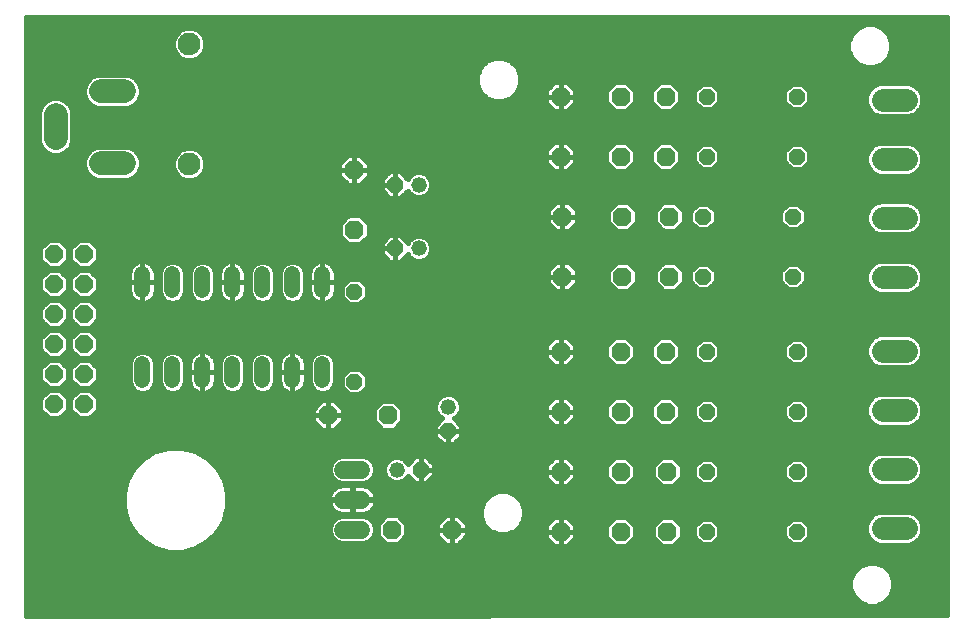
<source format=gbl>
G75*
%MOIN*%
%OFA0B0*%
%FSLAX25Y25*%
%IPPOS*%
%LPD*%
%AMOC8*
5,1,8,0,0,1.08239X$1,22.5*
%
%ADD10OC8,0.05200*%
%ADD11C,0.05200*%
%ADD12OC8,0.06300*%
%ADD13C,0.05200*%
%ADD14C,0.06000*%
%ADD15OC8,0.06000*%
%ADD16C,0.07800*%
%ADD17C,0.07874*%
%ADD18C,0.07600*%
%ADD19C,0.01600*%
D10*
X0116800Y0085550D03*
X0148050Y0069050D03*
X0138925Y0056175D03*
X0116800Y0115550D03*
X0130300Y0129925D03*
X0130300Y0151175D03*
X0233050Y0140550D03*
X0233050Y0120550D03*
X0263050Y0120550D03*
X0263050Y0140550D03*
X0264300Y0160550D03*
X0234300Y0160550D03*
X0234300Y0180550D03*
X0264300Y0180550D03*
X0264300Y0095550D03*
X0264300Y0075550D03*
X0234300Y0075550D03*
X0234300Y0095550D03*
X0234300Y0055550D03*
X0234300Y0035550D03*
X0264300Y0035550D03*
X0264300Y0055550D03*
D11*
X0148050Y0077050D03*
X0130925Y0056175D03*
X0138300Y0129925D03*
X0138300Y0151175D03*
D12*
X0116800Y0156175D03*
X0116800Y0136175D03*
X0186175Y0140550D03*
X0206175Y0140550D03*
X0221800Y0140550D03*
X0221800Y0120550D03*
X0206175Y0120550D03*
X0186175Y0120550D03*
X0185550Y0095550D03*
X0205550Y0095550D03*
X0220550Y0095550D03*
X0220550Y0075550D03*
X0205550Y0075550D03*
X0185550Y0075550D03*
X0185550Y0055550D03*
X0205550Y0055550D03*
X0221175Y0055550D03*
X0221175Y0035550D03*
X0205550Y0035550D03*
X0185550Y0035550D03*
X0149300Y0036175D03*
X0129300Y0036175D03*
X0128050Y0074300D03*
X0108050Y0074300D03*
X0185550Y0160550D03*
X0205550Y0160550D03*
X0220550Y0160550D03*
X0220550Y0180550D03*
X0205550Y0180550D03*
X0185550Y0180550D03*
D13*
X0106175Y0121275D02*
X0106175Y0116075D01*
X0096175Y0116075D02*
X0096175Y0121275D01*
X0086175Y0121275D02*
X0086175Y0116075D01*
X0076175Y0116075D02*
X0076175Y0121275D01*
X0066175Y0121275D02*
X0066175Y0116075D01*
X0056175Y0116075D02*
X0056175Y0121275D01*
X0046175Y0121275D02*
X0046175Y0116075D01*
X0046175Y0091275D02*
X0046175Y0086075D01*
X0056175Y0086075D02*
X0056175Y0091275D01*
X0066175Y0091275D02*
X0066175Y0086075D01*
X0076175Y0086075D02*
X0076175Y0091275D01*
X0086175Y0091275D02*
X0086175Y0086075D01*
X0096175Y0086075D02*
X0096175Y0091275D01*
X0106175Y0091275D02*
X0106175Y0086075D01*
D14*
X0113175Y0056175D02*
X0119175Y0056175D01*
X0119175Y0046175D02*
X0113175Y0046175D01*
X0113175Y0036175D02*
X0119175Y0036175D01*
D15*
X0026800Y0078050D03*
X0016800Y0078050D03*
X0016800Y0088050D03*
X0026800Y0088050D03*
X0026800Y0098050D03*
X0016800Y0098050D03*
X0016800Y0108050D03*
X0026800Y0108050D03*
X0026800Y0118050D03*
X0016800Y0118050D03*
X0016800Y0128050D03*
X0026800Y0128050D03*
D16*
X0292900Y0120325D02*
X0300700Y0120325D01*
X0300700Y0140125D02*
X0292900Y0140125D01*
X0292900Y0159725D02*
X0300700Y0159725D01*
X0300700Y0179525D02*
X0292900Y0179525D01*
X0292900Y0095775D02*
X0300700Y0095775D01*
X0300700Y0075975D02*
X0292900Y0075975D01*
X0292900Y0056375D02*
X0300700Y0056375D01*
X0300700Y0036575D02*
X0292900Y0036575D01*
D17*
X0040112Y0158345D02*
X0032238Y0158345D01*
X0017277Y0166613D02*
X0017277Y0174487D01*
X0032238Y0182361D02*
X0040112Y0182361D01*
D18*
X0061800Y0198050D03*
X0061800Y0158050D03*
D19*
X0007225Y0206961D02*
X0007225Y0007234D01*
X0314451Y0007841D01*
X0314451Y0206961D01*
X0007225Y0206961D01*
X0007225Y0206275D02*
X0314451Y0206275D01*
X0314451Y0204676D02*
X0007225Y0204676D01*
X0007225Y0203078D02*
X0059827Y0203078D01*
X0060726Y0203450D02*
X0058741Y0202628D01*
X0057222Y0201109D01*
X0056400Y0199124D01*
X0056400Y0196976D01*
X0057222Y0194991D01*
X0058741Y0193472D01*
X0060726Y0192650D01*
X0062874Y0192650D01*
X0064859Y0193472D01*
X0066378Y0194991D01*
X0067200Y0196976D01*
X0067200Y0199124D01*
X0066378Y0201109D01*
X0064859Y0202628D01*
X0062874Y0203450D01*
X0060726Y0203450D01*
X0063773Y0203078D02*
X0284199Y0203078D01*
X0284618Y0203497D02*
X0282603Y0201482D01*
X0281513Y0198850D01*
X0281513Y0196000D01*
X0282603Y0193368D01*
X0284618Y0191353D01*
X0287250Y0190263D01*
X0290100Y0190263D01*
X0292732Y0191353D01*
X0294747Y0193368D01*
X0295837Y0196000D01*
X0295837Y0198850D01*
X0294747Y0201482D01*
X0292732Y0203497D01*
X0290100Y0204587D01*
X0287250Y0204587D01*
X0284618Y0203497D01*
X0282602Y0201479D02*
X0066008Y0201479D01*
X0066887Y0199881D02*
X0281940Y0199881D01*
X0281513Y0198282D02*
X0067200Y0198282D01*
X0067079Y0196684D02*
X0281513Y0196684D01*
X0281892Y0195085D02*
X0066417Y0195085D01*
X0064873Y0193487D02*
X0282554Y0193487D01*
X0284083Y0191888D02*
X0169341Y0191888D01*
X0168982Y0192247D02*
X0166350Y0193337D01*
X0163500Y0193337D01*
X0160868Y0192247D01*
X0158853Y0190232D01*
X0157763Y0187600D01*
X0157763Y0184750D01*
X0158853Y0182118D01*
X0160868Y0180103D01*
X0163500Y0179013D01*
X0166350Y0179013D01*
X0168982Y0180103D01*
X0170997Y0182118D01*
X0172087Y0184750D01*
X0172087Y0187600D01*
X0170997Y0190232D01*
X0168982Y0192247D01*
X0170939Y0190289D02*
X0287186Y0190289D01*
X0290164Y0190289D02*
X0314451Y0190289D01*
X0314451Y0188691D02*
X0171635Y0188691D01*
X0172087Y0187092D02*
X0314451Y0187092D01*
X0314451Y0185494D02*
X0187606Y0185494D01*
X0187600Y0185500D02*
X0185550Y0185500D01*
X0185550Y0180550D01*
X0190500Y0180550D01*
X0190500Y0182600D01*
X0187600Y0185500D01*
X0185550Y0185494D02*
X0185550Y0185494D01*
X0185550Y0185500D02*
X0183500Y0185500D01*
X0180600Y0182600D01*
X0180600Y0180550D01*
X0185550Y0180550D01*
X0185550Y0180550D01*
X0185550Y0180550D01*
X0190500Y0180550D01*
X0190500Y0178500D01*
X0187600Y0175600D01*
X0185550Y0175600D01*
X0185550Y0180550D01*
X0185550Y0180550D01*
X0185550Y0180550D01*
X0185550Y0185500D01*
X0185550Y0183895D02*
X0185550Y0183895D01*
X0185550Y0182297D02*
X0185550Y0182297D01*
X0185550Y0180698D02*
X0185550Y0180698D01*
X0185550Y0180550D02*
X0180600Y0180550D01*
X0180600Y0178500D01*
X0183500Y0175600D01*
X0185550Y0175600D01*
X0185550Y0180550D01*
X0185550Y0179100D02*
X0185550Y0179100D01*
X0185550Y0177501D02*
X0185550Y0177501D01*
X0185550Y0175903D02*
X0185550Y0175903D01*
X0187903Y0175903D02*
X0203480Y0175903D01*
X0203582Y0175800D02*
X0207518Y0175800D01*
X0210300Y0178582D01*
X0210300Y0182518D01*
X0207518Y0185300D01*
X0203582Y0185300D01*
X0200800Y0182518D01*
X0200800Y0178582D01*
X0203582Y0175800D01*
X0201881Y0177501D02*
X0189502Y0177501D01*
X0190500Y0179100D02*
X0200800Y0179100D01*
X0200800Y0180698D02*
X0190500Y0180698D01*
X0190500Y0182297D02*
X0200800Y0182297D01*
X0202178Y0183895D02*
X0189205Y0183895D01*
X0183494Y0185494D02*
X0172087Y0185494D01*
X0171733Y0183895D02*
X0181895Y0183895D01*
X0180600Y0182297D02*
X0171071Y0182297D01*
X0169577Y0180698D02*
X0180600Y0180698D01*
X0180600Y0179100D02*
X0166560Y0179100D01*
X0163290Y0179100D02*
X0044681Y0179100D01*
X0044806Y0179225D02*
X0045649Y0181260D01*
X0045649Y0183462D01*
X0044806Y0185497D01*
X0043248Y0187055D01*
X0041213Y0187898D01*
X0031137Y0187898D01*
X0029102Y0187055D01*
X0027544Y0185497D01*
X0026701Y0183462D01*
X0026701Y0181260D01*
X0027544Y0179225D01*
X0029102Y0177667D01*
X0031137Y0176824D01*
X0041213Y0176824D01*
X0043248Y0177667D01*
X0044806Y0179225D01*
X0045417Y0180698D02*
X0160273Y0180698D01*
X0158779Y0182297D02*
X0045649Y0182297D01*
X0045470Y0183895D02*
X0158117Y0183895D01*
X0157763Y0185494D02*
X0044808Y0185494D01*
X0043158Y0187092D02*
X0157763Y0187092D01*
X0158215Y0188691D02*
X0007225Y0188691D01*
X0007225Y0190289D02*
X0158911Y0190289D01*
X0160509Y0191888D02*
X0007225Y0191888D01*
X0007225Y0193487D02*
X0058727Y0193487D01*
X0057183Y0195085D02*
X0007225Y0195085D01*
X0007225Y0196684D02*
X0056521Y0196684D01*
X0056400Y0198282D02*
X0007225Y0198282D01*
X0007225Y0199881D02*
X0056713Y0199881D01*
X0057592Y0201479D02*
X0007225Y0201479D01*
X0007225Y0187092D02*
X0029192Y0187092D01*
X0027542Y0185494D02*
X0007225Y0185494D01*
X0007225Y0183895D02*
X0026880Y0183895D01*
X0026701Y0182297D02*
X0007225Y0182297D01*
X0007225Y0180698D02*
X0026933Y0180698D01*
X0027669Y0179100D02*
X0020495Y0179100D01*
X0020414Y0179181D02*
X0018379Y0180024D01*
X0016176Y0180024D01*
X0014141Y0179181D01*
X0012583Y0177623D01*
X0011740Y0175588D01*
X0011740Y0165512D01*
X0012583Y0163477D01*
X0014141Y0161919D01*
X0016176Y0161076D01*
X0018379Y0161076D01*
X0020414Y0161919D01*
X0021971Y0163477D01*
X0022814Y0165512D01*
X0022814Y0175588D01*
X0021971Y0177623D01*
X0020414Y0179181D01*
X0022022Y0177501D02*
X0029501Y0177501D01*
X0022684Y0175903D02*
X0183197Y0175903D01*
X0181598Y0177501D02*
X0042849Y0177501D01*
X0041213Y0163882D02*
X0031137Y0163882D01*
X0029102Y0163039D01*
X0027544Y0161482D01*
X0026701Y0159447D01*
X0026701Y0157244D01*
X0027544Y0155209D01*
X0029102Y0153651D01*
X0031137Y0152808D01*
X0041213Y0152808D01*
X0043248Y0153651D01*
X0044806Y0155209D01*
X0045649Y0157244D01*
X0045649Y0159447D01*
X0044806Y0161482D01*
X0043248Y0163039D01*
X0041213Y0163882D01*
X0043066Y0163115D02*
X0059917Y0163115D01*
X0060726Y0163450D02*
X0058741Y0162628D01*
X0057222Y0161109D01*
X0056400Y0159124D01*
X0056400Y0156976D01*
X0057222Y0154991D01*
X0058741Y0153472D01*
X0060726Y0152650D01*
X0062874Y0152650D01*
X0064859Y0153472D01*
X0066378Y0154991D01*
X0067200Y0156976D01*
X0067200Y0159124D01*
X0066378Y0161109D01*
X0064859Y0162628D01*
X0062874Y0163450D01*
X0060726Y0163450D01*
X0063683Y0163115D02*
X0181114Y0163115D01*
X0180600Y0162600D02*
X0180600Y0160550D01*
X0185550Y0160550D01*
X0190500Y0160550D01*
X0190500Y0162600D01*
X0187600Y0165500D01*
X0185550Y0165500D01*
X0185550Y0160550D01*
X0185550Y0160550D01*
X0185550Y0160550D01*
X0190500Y0160550D01*
X0190500Y0158500D01*
X0187600Y0155600D01*
X0185550Y0155600D01*
X0185550Y0160550D01*
X0185550Y0160550D01*
X0185550Y0160550D01*
X0185550Y0165500D01*
X0183500Y0165500D01*
X0180600Y0162600D01*
X0180600Y0161516D02*
X0065970Y0161516D01*
X0066871Y0159918D02*
X0113542Y0159918D01*
X0114750Y0161125D02*
X0111850Y0158225D01*
X0111850Y0156175D01*
X0116800Y0156175D01*
X0116800Y0156175D01*
X0116800Y0161125D01*
X0118850Y0161125D01*
X0121750Y0158225D01*
X0121750Y0156175D01*
X0116800Y0156175D01*
X0116800Y0156175D01*
X0116800Y0156175D01*
X0116800Y0161125D01*
X0114750Y0161125D01*
X0116800Y0159918D02*
X0116800Y0159918D01*
X0116800Y0158319D02*
X0116800Y0158319D01*
X0116800Y0156721D02*
X0116800Y0156721D01*
X0116800Y0156175D02*
X0111850Y0156175D01*
X0111850Y0154125D01*
X0114750Y0151225D01*
X0116800Y0151225D01*
X0118850Y0151225D01*
X0121750Y0154125D01*
X0121750Y0156175D01*
X0116800Y0156175D01*
X0116800Y0151225D01*
X0116800Y0156175D01*
X0116800Y0156175D01*
X0116800Y0155122D02*
X0116800Y0155122D01*
X0116800Y0153524D02*
X0116800Y0153524D01*
X0116800Y0151925D02*
X0116800Y0151925D01*
X0119551Y0151925D02*
X0125900Y0151925D01*
X0125900Y0151175D02*
X0130300Y0151175D01*
X0130300Y0151175D01*
X0130300Y0155575D01*
X0132123Y0155575D01*
X0134565Y0153133D01*
X0134739Y0153554D01*
X0135921Y0154736D01*
X0137465Y0155375D01*
X0139135Y0155375D01*
X0140679Y0154736D01*
X0141861Y0153554D01*
X0142500Y0152010D01*
X0142500Y0150340D01*
X0141861Y0148796D01*
X0140679Y0147614D01*
X0139135Y0146975D01*
X0137465Y0146975D01*
X0135921Y0147614D01*
X0134739Y0148796D01*
X0134565Y0149217D01*
X0132123Y0146775D01*
X0130300Y0146775D01*
X0130300Y0151175D01*
X0130300Y0151175D01*
X0130300Y0151175D01*
X0130300Y0155575D01*
X0128477Y0155575D01*
X0125900Y0152998D01*
X0125900Y0151175D01*
X0125900Y0149352D01*
X0128477Y0146775D01*
X0130300Y0146775D01*
X0130300Y0151175D01*
X0125900Y0151175D01*
X0125900Y0150327D02*
X0007225Y0150327D01*
X0007225Y0151925D02*
X0114049Y0151925D01*
X0112451Y0153524D02*
X0064910Y0153524D01*
X0066432Y0155122D02*
X0111850Y0155122D01*
X0111850Y0156721D02*
X0067094Y0156721D01*
X0067200Y0158319D02*
X0111944Y0158319D01*
X0120058Y0159918D02*
X0180600Y0159918D01*
X0180600Y0160550D02*
X0180600Y0158500D01*
X0183500Y0155600D01*
X0185550Y0155600D01*
X0185550Y0160550D01*
X0180600Y0160550D01*
X0180780Y0158319D02*
X0121656Y0158319D01*
X0121750Y0156721D02*
X0182379Y0156721D01*
X0185550Y0156721D02*
X0185550Y0156721D01*
X0185550Y0158319D02*
X0185550Y0158319D01*
X0185550Y0159918D02*
X0185550Y0159918D01*
X0185550Y0161516D02*
X0185550Y0161516D01*
X0185550Y0163115D02*
X0185550Y0163115D01*
X0185550Y0164713D02*
X0185550Y0164713D01*
X0188387Y0164713D02*
X0202996Y0164713D01*
X0203582Y0165300D02*
X0200800Y0162518D01*
X0200800Y0158582D01*
X0203582Y0155800D01*
X0207518Y0155800D01*
X0210300Y0158582D01*
X0210300Y0162518D01*
X0207518Y0165300D01*
X0203582Y0165300D01*
X0201397Y0163115D02*
X0189986Y0163115D01*
X0190500Y0161516D02*
X0200800Y0161516D01*
X0200800Y0159918D02*
X0190500Y0159918D01*
X0190320Y0158319D02*
X0201063Y0158319D01*
X0202662Y0156721D02*
X0188721Y0156721D01*
X0182713Y0164713D02*
X0022484Y0164713D01*
X0022814Y0166312D02*
X0314451Y0166312D01*
X0314451Y0167910D02*
X0022814Y0167910D01*
X0022814Y0169509D02*
X0314451Y0169509D01*
X0314451Y0171107D02*
X0022814Y0171107D01*
X0022814Y0172706D02*
X0314451Y0172706D01*
X0314451Y0174304D02*
X0302468Y0174304D01*
X0301794Y0174025D02*
X0303815Y0174862D01*
X0305363Y0176409D01*
X0306200Y0178431D01*
X0306200Y0180619D01*
X0305363Y0182640D01*
X0303815Y0184188D01*
X0301794Y0185025D01*
X0291806Y0185025D01*
X0289784Y0184188D01*
X0288237Y0182640D01*
X0287400Y0180619D01*
X0287400Y0178431D01*
X0288237Y0176409D01*
X0289784Y0174862D01*
X0291806Y0174025D01*
X0301794Y0174025D01*
X0304856Y0175903D02*
X0314451Y0175903D01*
X0314451Y0177501D02*
X0305815Y0177501D01*
X0306200Y0179100D02*
X0314451Y0179100D01*
X0314451Y0180698D02*
X0306167Y0180698D01*
X0305505Y0182297D02*
X0314451Y0182297D01*
X0314451Y0183895D02*
X0304108Y0183895D01*
X0314451Y0191888D02*
X0293267Y0191888D01*
X0294796Y0193487D02*
X0314451Y0193487D01*
X0314451Y0195085D02*
X0295458Y0195085D01*
X0295837Y0196684D02*
X0314451Y0196684D01*
X0314451Y0198282D02*
X0295837Y0198282D01*
X0295410Y0199881D02*
X0314451Y0199881D01*
X0314451Y0201479D02*
X0294748Y0201479D01*
X0293151Y0203078D02*
X0314451Y0203078D01*
X0289492Y0183895D02*
X0266894Y0183895D01*
X0266040Y0184750D02*
X0262560Y0184750D01*
X0260100Y0182290D01*
X0260100Y0178810D01*
X0262560Y0176350D01*
X0266040Y0176350D01*
X0268500Y0178810D01*
X0268500Y0182290D01*
X0266040Y0184750D01*
X0268493Y0182297D02*
X0288095Y0182297D01*
X0287433Y0180698D02*
X0268500Y0180698D01*
X0268500Y0179100D02*
X0287400Y0179100D01*
X0287785Y0177501D02*
X0267191Y0177501D01*
X0261409Y0177501D02*
X0237191Y0177501D01*
X0236040Y0176350D02*
X0238500Y0178810D01*
X0238500Y0182290D01*
X0236040Y0184750D01*
X0232560Y0184750D01*
X0230100Y0182290D01*
X0230100Y0178810D01*
X0232560Y0176350D01*
X0236040Y0176350D01*
X0238500Y0179100D02*
X0260100Y0179100D01*
X0260100Y0180698D02*
X0238500Y0180698D01*
X0238493Y0182297D02*
X0260107Y0182297D01*
X0261706Y0183895D02*
X0236894Y0183895D01*
X0231706Y0183895D02*
X0223922Y0183895D01*
X0225300Y0182518D02*
X0222518Y0185300D01*
X0218582Y0185300D01*
X0215800Y0182518D01*
X0215800Y0178582D01*
X0218582Y0175800D01*
X0222518Y0175800D01*
X0225300Y0178582D01*
X0225300Y0182518D01*
X0225300Y0182297D02*
X0230107Y0182297D01*
X0230100Y0180698D02*
X0225300Y0180698D01*
X0225300Y0179100D02*
X0230100Y0179100D01*
X0231409Y0177501D02*
X0224219Y0177501D01*
X0222620Y0175903D02*
X0288744Y0175903D01*
X0291132Y0174304D02*
X0022814Y0174304D01*
X0014060Y0179100D02*
X0007225Y0179100D01*
X0007225Y0177501D02*
X0012533Y0177501D01*
X0011871Y0175903D02*
X0007225Y0175903D01*
X0007225Y0174304D02*
X0011740Y0174304D01*
X0011740Y0172706D02*
X0007225Y0172706D01*
X0007225Y0171107D02*
X0011740Y0171107D01*
X0011740Y0169509D02*
X0007225Y0169509D01*
X0007225Y0167910D02*
X0011740Y0167910D01*
X0011740Y0166312D02*
X0007225Y0166312D01*
X0007225Y0164713D02*
X0012071Y0164713D01*
X0012945Y0163115D02*
X0007225Y0163115D01*
X0007225Y0161516D02*
X0015113Y0161516D01*
X0019442Y0161516D02*
X0027578Y0161516D01*
X0026896Y0159918D02*
X0007225Y0159918D01*
X0007225Y0158319D02*
X0026701Y0158319D01*
X0026918Y0156721D02*
X0007225Y0156721D01*
X0007225Y0155122D02*
X0027631Y0155122D01*
X0029409Y0153524D02*
X0007225Y0153524D01*
X0007225Y0148728D02*
X0126524Y0148728D01*
X0128123Y0147130D02*
X0007225Y0147130D01*
X0007225Y0145531D02*
X0291579Y0145531D01*
X0291806Y0145625D02*
X0289784Y0144788D01*
X0288237Y0143240D01*
X0287400Y0141219D01*
X0287400Y0139031D01*
X0288237Y0137009D01*
X0289784Y0135462D01*
X0291806Y0134625D01*
X0301794Y0134625D01*
X0303815Y0135462D01*
X0305363Y0137009D01*
X0306200Y0139031D01*
X0306200Y0141219D01*
X0305363Y0143240D01*
X0303815Y0144788D01*
X0301794Y0145625D01*
X0291806Y0145625D01*
X0288929Y0143933D02*
X0265607Y0143933D01*
X0264790Y0144750D02*
X0267250Y0142290D01*
X0267250Y0138810D01*
X0264790Y0136350D01*
X0261310Y0136350D01*
X0258850Y0138810D01*
X0258850Y0142290D01*
X0261310Y0144750D01*
X0264790Y0144750D01*
X0267206Y0142334D02*
X0287862Y0142334D01*
X0287400Y0140736D02*
X0267250Y0140736D01*
X0267250Y0139137D02*
X0287400Y0139137D01*
X0288018Y0137539D02*
X0265978Y0137539D01*
X0260122Y0137539D02*
X0235978Y0137539D01*
X0234790Y0136350D02*
X0237250Y0138810D01*
X0237250Y0142290D01*
X0234790Y0144750D01*
X0231310Y0144750D01*
X0228850Y0142290D01*
X0228850Y0138810D01*
X0231310Y0136350D01*
X0234790Y0136350D01*
X0237250Y0139137D02*
X0258850Y0139137D01*
X0258850Y0140736D02*
X0237250Y0140736D01*
X0237206Y0142334D02*
X0258894Y0142334D01*
X0260493Y0143933D02*
X0235607Y0143933D01*
X0230493Y0143933D02*
X0225135Y0143933D01*
X0223768Y0145300D02*
X0219832Y0145300D01*
X0217050Y0142518D01*
X0217050Y0138582D01*
X0219832Y0135800D01*
X0223768Y0135800D01*
X0226550Y0138582D01*
X0226550Y0142518D01*
X0223768Y0145300D01*
X0226550Y0142334D02*
X0228894Y0142334D01*
X0228850Y0140736D02*
X0226550Y0140736D01*
X0226550Y0139137D02*
X0228850Y0139137D01*
X0230122Y0137539D02*
X0225506Y0137539D01*
X0223908Y0135940D02*
X0289307Y0135940D01*
X0302021Y0145531D02*
X0314451Y0145531D01*
X0314451Y0143933D02*
X0304670Y0143933D01*
X0305738Y0142334D02*
X0314451Y0142334D01*
X0314451Y0140736D02*
X0306200Y0140736D01*
X0306200Y0139137D02*
X0314451Y0139137D01*
X0314451Y0137539D02*
X0305582Y0137539D01*
X0304293Y0135940D02*
X0314451Y0135940D01*
X0314451Y0134342D02*
X0121550Y0134342D01*
X0121550Y0134207D02*
X0118768Y0131425D01*
X0114832Y0131425D01*
X0112050Y0134207D01*
X0112050Y0138143D01*
X0114832Y0140925D01*
X0118768Y0140925D01*
X0121550Y0138143D01*
X0121550Y0134207D01*
X0121550Y0135940D02*
X0183785Y0135940D01*
X0184125Y0135600D02*
X0181225Y0138500D01*
X0181225Y0140550D01*
X0186175Y0140550D01*
X0191125Y0140550D01*
X0191125Y0142600D01*
X0188225Y0145500D01*
X0186175Y0145500D01*
X0186175Y0140550D01*
X0186175Y0140550D01*
X0186175Y0140550D01*
X0191125Y0140550D01*
X0191125Y0138500D01*
X0188225Y0135600D01*
X0186175Y0135600D01*
X0186175Y0140550D01*
X0186175Y0140550D01*
X0186175Y0140550D01*
X0186175Y0145500D01*
X0184125Y0145500D01*
X0181225Y0142600D01*
X0181225Y0140550D01*
X0186175Y0140550D01*
X0186175Y0135600D01*
X0184125Y0135600D01*
X0186175Y0135940D02*
X0186175Y0135940D01*
X0186175Y0137539D02*
X0186175Y0137539D01*
X0186175Y0139137D02*
X0186175Y0139137D01*
X0186175Y0140736D02*
X0186175Y0140736D01*
X0186175Y0142334D02*
X0186175Y0142334D01*
X0186175Y0143933D02*
X0186175Y0143933D01*
X0189793Y0143933D02*
X0202840Y0143933D01*
X0204207Y0145300D02*
X0201425Y0142518D01*
X0201425Y0138582D01*
X0204207Y0135800D01*
X0208143Y0135800D01*
X0210925Y0138582D01*
X0210925Y0142518D01*
X0208143Y0145300D01*
X0204207Y0145300D01*
X0201425Y0142334D02*
X0191125Y0142334D01*
X0191125Y0140736D02*
X0201425Y0140736D01*
X0201425Y0139137D02*
X0191125Y0139137D01*
X0190164Y0137539D02*
X0202469Y0137539D01*
X0204067Y0135940D02*
X0188565Y0135940D01*
X0182186Y0137539D02*
X0121550Y0137539D01*
X0120555Y0139137D02*
X0181225Y0139137D01*
X0181225Y0140736D02*
X0118957Y0140736D01*
X0114643Y0140736D02*
X0007225Y0140736D01*
X0007225Y0142334D02*
X0181225Y0142334D01*
X0182557Y0143933D02*
X0007225Y0143933D01*
X0007225Y0139137D02*
X0113045Y0139137D01*
X0112050Y0137539D02*
X0007225Y0137539D01*
X0007225Y0135940D02*
X0112050Y0135940D01*
X0112050Y0134342D02*
X0007225Y0134342D01*
X0007225Y0132743D02*
X0113514Y0132743D01*
X0120086Y0132743D02*
X0126896Y0132743D01*
X0125900Y0131748D02*
X0125900Y0129925D01*
X0130300Y0129925D01*
X0130300Y0129925D01*
X0130300Y0134325D01*
X0132123Y0134325D01*
X0134565Y0131883D01*
X0134739Y0132304D01*
X0135921Y0133486D01*
X0137465Y0134125D01*
X0139135Y0134125D01*
X0140679Y0133486D01*
X0141861Y0132304D01*
X0142500Y0130760D01*
X0142500Y0129090D01*
X0141861Y0127546D01*
X0140679Y0126364D01*
X0139135Y0125725D01*
X0137465Y0125725D01*
X0135921Y0126364D01*
X0134739Y0127546D01*
X0134565Y0127967D01*
X0132123Y0125525D01*
X0130300Y0125525D01*
X0130300Y0129925D01*
X0130300Y0129925D01*
X0130300Y0129925D01*
X0130300Y0134325D01*
X0128477Y0134325D01*
X0125900Y0131748D01*
X0125900Y0131145D02*
X0030211Y0131145D01*
X0031400Y0129955D02*
X0028705Y0132650D01*
X0024895Y0132650D01*
X0022200Y0129955D01*
X0022200Y0126145D01*
X0024895Y0123450D01*
X0028705Y0123450D01*
X0031400Y0126145D01*
X0031400Y0129955D01*
X0031400Y0129546D02*
X0125900Y0129546D01*
X0125900Y0129925D02*
X0125900Y0128102D01*
X0128477Y0125525D01*
X0130300Y0125525D01*
X0130300Y0129925D01*
X0125900Y0129925D01*
X0126055Y0127948D02*
X0031400Y0127948D01*
X0031400Y0126349D02*
X0127653Y0126349D01*
X0130300Y0126349D02*
X0130300Y0126349D01*
X0130300Y0127948D02*
X0130300Y0127948D01*
X0130300Y0129546D02*
X0130300Y0129546D01*
X0130300Y0131145D02*
X0130300Y0131145D01*
X0130300Y0132743D02*
X0130300Y0132743D01*
X0133704Y0132743D02*
X0135178Y0132743D01*
X0134573Y0127948D02*
X0134545Y0127948D01*
X0135958Y0126349D02*
X0132947Y0126349D01*
X0140642Y0126349D02*
X0314451Y0126349D01*
X0314451Y0124751D02*
X0304053Y0124751D01*
X0303815Y0124988D02*
X0301794Y0125825D01*
X0291806Y0125825D01*
X0289784Y0124988D01*
X0288237Y0123440D01*
X0287400Y0121419D01*
X0287400Y0119231D01*
X0288237Y0117209D01*
X0289784Y0115662D01*
X0291806Y0114825D01*
X0301794Y0114825D01*
X0303815Y0115662D01*
X0305363Y0117209D01*
X0306200Y0119231D01*
X0306200Y0121419D01*
X0305363Y0123440D01*
X0303815Y0124988D01*
X0305482Y0123152D02*
X0314451Y0123152D01*
X0314451Y0121553D02*
X0306144Y0121553D01*
X0306200Y0119955D02*
X0314451Y0119955D01*
X0314451Y0118356D02*
X0305838Y0118356D01*
X0304911Y0116758D02*
X0314451Y0116758D01*
X0314451Y0115159D02*
X0302601Y0115159D01*
X0290999Y0115159D02*
X0121000Y0115159D01*
X0121000Y0113810D02*
X0118540Y0111350D01*
X0115060Y0111350D01*
X0112600Y0113810D01*
X0112600Y0117290D01*
X0115060Y0119750D01*
X0118540Y0119750D01*
X0121000Y0117290D01*
X0121000Y0113810D01*
X0120751Y0113561D02*
X0314451Y0113561D01*
X0314451Y0111962D02*
X0119152Y0111962D01*
X0114448Y0111962D02*
X0107757Y0111962D01*
X0107864Y0111997D02*
X0108481Y0112312D01*
X0109041Y0112719D01*
X0109531Y0113209D01*
X0109938Y0113769D01*
X0110253Y0114386D01*
X0110467Y0115045D01*
X0110575Y0115729D01*
X0110575Y0118675D01*
X0110575Y0121621D01*
X0110467Y0122305D01*
X0110253Y0122964D01*
X0109938Y0123581D01*
X0109531Y0124141D01*
X0109041Y0124631D01*
X0108481Y0125038D01*
X0107864Y0125353D01*
X0107205Y0125567D01*
X0106521Y0125675D01*
X0106175Y0125675D01*
X0106175Y0118675D01*
X0106175Y0118675D01*
X0110575Y0118675D01*
X0106175Y0118675D01*
X0106175Y0118675D01*
X0106175Y0118675D01*
X0101775Y0118675D01*
X0101775Y0121621D01*
X0101883Y0122305D01*
X0102097Y0122964D01*
X0102412Y0123581D01*
X0102819Y0124141D01*
X0103309Y0124631D01*
X0103869Y0125038D01*
X0104486Y0125353D01*
X0105145Y0125567D01*
X0105829Y0125675D01*
X0106175Y0125675D01*
X0106175Y0118675D01*
X0106175Y0111675D01*
X0106521Y0111675D01*
X0107205Y0111783D01*
X0107864Y0111997D01*
X0106175Y0111962D02*
X0106175Y0111962D01*
X0106175Y0111675D02*
X0106175Y0118675D01*
X0106175Y0118675D01*
X0101775Y0118675D01*
X0101775Y0115729D01*
X0101883Y0115045D01*
X0102097Y0114386D01*
X0102412Y0113769D01*
X0102819Y0113209D01*
X0103309Y0112719D01*
X0103869Y0112312D01*
X0104486Y0111997D01*
X0105145Y0111783D01*
X0105829Y0111675D01*
X0106175Y0111675D01*
X0104593Y0111962D02*
X0097221Y0111962D01*
X0097010Y0111875D02*
X0098554Y0112514D01*
X0099736Y0113696D01*
X0100375Y0115240D01*
X0100375Y0122110D01*
X0099736Y0123654D01*
X0098554Y0124836D01*
X0097010Y0125475D01*
X0095340Y0125475D01*
X0093796Y0124836D01*
X0092614Y0123654D01*
X0091975Y0122110D01*
X0091975Y0115240D01*
X0092614Y0113696D01*
X0093796Y0112514D01*
X0095340Y0111875D01*
X0097010Y0111875D01*
X0095128Y0111962D02*
X0087221Y0111962D01*
X0087010Y0111875D02*
X0088554Y0112514D01*
X0089736Y0113696D01*
X0090375Y0115240D01*
X0090375Y0122110D01*
X0089736Y0123654D01*
X0088554Y0124836D01*
X0087010Y0125475D01*
X0085340Y0125475D01*
X0083796Y0124836D01*
X0082614Y0123654D01*
X0081975Y0122110D01*
X0081975Y0115240D01*
X0082614Y0113696D01*
X0083796Y0112514D01*
X0085340Y0111875D01*
X0087010Y0111875D01*
X0085128Y0111962D02*
X0077757Y0111962D01*
X0077864Y0111997D02*
X0078481Y0112312D01*
X0079041Y0112719D01*
X0079531Y0113209D01*
X0079938Y0113769D01*
X0080253Y0114386D01*
X0080467Y0115045D01*
X0080575Y0115729D01*
X0080575Y0118675D01*
X0080575Y0121621D01*
X0080467Y0122305D01*
X0080253Y0122964D01*
X0079938Y0123581D01*
X0079531Y0124141D01*
X0079041Y0124631D01*
X0078481Y0125038D01*
X0077864Y0125353D01*
X0077205Y0125567D01*
X0076521Y0125675D01*
X0076175Y0125675D01*
X0076175Y0118675D01*
X0076175Y0118675D01*
X0080575Y0118675D01*
X0076175Y0118675D01*
X0076175Y0118675D01*
X0076175Y0118675D01*
X0071775Y0118675D01*
X0071775Y0121621D01*
X0071883Y0122305D01*
X0072097Y0122964D01*
X0072412Y0123581D01*
X0072819Y0124141D01*
X0073309Y0124631D01*
X0073869Y0125038D01*
X0074486Y0125353D01*
X0075145Y0125567D01*
X0075829Y0125675D01*
X0076175Y0125675D01*
X0076175Y0118675D01*
X0076175Y0111675D01*
X0076521Y0111675D01*
X0077205Y0111783D01*
X0077864Y0111997D01*
X0076175Y0111962D02*
X0076175Y0111962D01*
X0076175Y0111675D02*
X0076175Y0118675D01*
X0076175Y0118675D01*
X0071775Y0118675D01*
X0071775Y0115729D01*
X0071883Y0115045D01*
X0072097Y0114386D01*
X0072412Y0113769D01*
X0072819Y0113209D01*
X0073309Y0112719D01*
X0073869Y0112312D01*
X0074486Y0111997D01*
X0075145Y0111783D01*
X0075829Y0111675D01*
X0076175Y0111675D01*
X0074593Y0111962D02*
X0067221Y0111962D01*
X0067010Y0111875D02*
X0068554Y0112514D01*
X0069736Y0113696D01*
X0070375Y0115240D01*
X0070375Y0122110D01*
X0069736Y0123654D01*
X0068554Y0124836D01*
X0067010Y0125475D01*
X0065340Y0125475D01*
X0063796Y0124836D01*
X0062614Y0123654D01*
X0061975Y0122110D01*
X0061975Y0115240D01*
X0062614Y0113696D01*
X0063796Y0112514D01*
X0065340Y0111875D01*
X0067010Y0111875D01*
X0065128Y0111962D02*
X0057221Y0111962D01*
X0057010Y0111875D02*
X0058554Y0112514D01*
X0059736Y0113696D01*
X0060375Y0115240D01*
X0060375Y0122110D01*
X0059736Y0123654D01*
X0058554Y0124836D01*
X0057010Y0125475D01*
X0055340Y0125475D01*
X0053796Y0124836D01*
X0052614Y0123654D01*
X0051975Y0122110D01*
X0051975Y0115240D01*
X0052614Y0113696D01*
X0053796Y0112514D01*
X0055340Y0111875D01*
X0057010Y0111875D01*
X0055128Y0111962D02*
X0047757Y0111962D01*
X0047864Y0111997D02*
X0048481Y0112312D01*
X0049041Y0112719D01*
X0049531Y0113209D01*
X0049938Y0113769D01*
X0050253Y0114386D01*
X0050467Y0115045D01*
X0050575Y0115729D01*
X0050575Y0118675D01*
X0050575Y0121621D01*
X0050467Y0122305D01*
X0050253Y0122964D01*
X0049938Y0123581D01*
X0049531Y0124141D01*
X0049041Y0124631D01*
X0048481Y0125038D01*
X0047864Y0125353D01*
X0047205Y0125567D01*
X0046521Y0125675D01*
X0046175Y0125675D01*
X0046175Y0118675D01*
X0046175Y0118675D01*
X0050575Y0118675D01*
X0046175Y0118675D01*
X0046175Y0118675D01*
X0046175Y0118675D01*
X0041775Y0118675D01*
X0041775Y0121621D01*
X0041883Y0122305D01*
X0042097Y0122964D01*
X0042412Y0123581D01*
X0042819Y0124141D01*
X0043309Y0124631D01*
X0043869Y0125038D01*
X0044486Y0125353D01*
X0045145Y0125567D01*
X0045829Y0125675D01*
X0046175Y0125675D01*
X0046175Y0118675D01*
X0046175Y0111675D01*
X0046521Y0111675D01*
X0047205Y0111783D01*
X0047864Y0111997D01*
X0046175Y0111962D02*
X0046175Y0111962D01*
X0046175Y0111675D02*
X0046175Y0118675D01*
X0046175Y0118675D01*
X0041775Y0118675D01*
X0041775Y0115729D01*
X0041883Y0115045D01*
X0042097Y0114386D01*
X0042412Y0113769D01*
X0042819Y0113209D01*
X0043309Y0112719D01*
X0043869Y0112312D01*
X0044486Y0111997D01*
X0045145Y0111783D01*
X0045829Y0111675D01*
X0046175Y0111675D01*
X0044593Y0111962D02*
X0029393Y0111962D01*
X0028705Y0112650D02*
X0031400Y0109955D01*
X0031400Y0106145D01*
X0028705Y0103450D01*
X0024895Y0103450D01*
X0022200Y0106145D01*
X0022200Y0109955D01*
X0024895Y0112650D01*
X0028705Y0112650D01*
X0028705Y0113450D02*
X0031400Y0116145D01*
X0031400Y0119955D01*
X0041775Y0119955D01*
X0041775Y0121553D02*
X0029802Y0121553D01*
X0028705Y0122650D02*
X0024895Y0122650D01*
X0022200Y0119955D01*
X0021400Y0119955D01*
X0018705Y0122650D01*
X0014895Y0122650D01*
X0012200Y0119955D01*
X0007225Y0119955D01*
X0007225Y0121553D02*
X0013798Y0121553D01*
X0014895Y0123450D02*
X0018705Y0123450D01*
X0021400Y0126145D01*
X0021400Y0129955D01*
X0018705Y0132650D01*
X0014895Y0132650D01*
X0012200Y0129955D01*
X0012200Y0126145D01*
X0014895Y0123450D01*
X0013594Y0124751D02*
X0007225Y0124751D01*
X0007225Y0126349D02*
X0012200Y0126349D01*
X0012200Y0127948D02*
X0007225Y0127948D01*
X0007225Y0129546D02*
X0012200Y0129546D01*
X0013389Y0131145D02*
X0007225Y0131145D01*
X0007225Y0123152D02*
X0042193Y0123152D01*
X0043473Y0124751D02*
X0030006Y0124751D01*
X0028705Y0122650D02*
X0031400Y0119955D01*
X0031400Y0118356D02*
X0041775Y0118356D01*
X0041775Y0116758D02*
X0031400Y0116758D01*
X0030415Y0115159D02*
X0041865Y0115159D01*
X0042563Y0113561D02*
X0028816Y0113561D01*
X0028705Y0113450D02*
X0024895Y0113450D01*
X0022200Y0116145D01*
X0022200Y0119955D01*
X0021400Y0119955D02*
X0021400Y0116145D01*
X0018705Y0113450D01*
X0014895Y0113450D01*
X0012200Y0116145D01*
X0012200Y0119955D01*
X0012200Y0118356D02*
X0007225Y0118356D01*
X0007225Y0116758D02*
X0012200Y0116758D01*
X0013185Y0115159D02*
X0007225Y0115159D01*
X0007225Y0113561D02*
X0014784Y0113561D01*
X0014895Y0112650D02*
X0012200Y0109955D01*
X0012200Y0106145D01*
X0014895Y0103450D01*
X0018705Y0103450D01*
X0021400Y0106145D01*
X0021400Y0109955D01*
X0018705Y0112650D01*
X0014895Y0112650D01*
X0014207Y0111962D02*
X0007225Y0111962D01*
X0007225Y0110364D02*
X0012609Y0110364D01*
X0012200Y0108765D02*
X0007225Y0108765D01*
X0007225Y0107167D02*
X0012200Y0107167D01*
X0012776Y0105568D02*
X0007225Y0105568D01*
X0007225Y0103970D02*
X0014375Y0103970D01*
X0014895Y0102650D02*
X0012200Y0099955D01*
X0012200Y0096145D01*
X0014895Y0093450D01*
X0018705Y0093450D01*
X0021400Y0096145D01*
X0021400Y0099955D01*
X0018705Y0102650D01*
X0014895Y0102650D01*
X0014616Y0102371D02*
X0007225Y0102371D01*
X0007225Y0100773D02*
X0013017Y0100773D01*
X0012200Y0099174D02*
X0007225Y0099174D01*
X0007225Y0097576D02*
X0012200Y0097576D01*
X0012367Y0095977D02*
X0007225Y0095977D01*
X0007225Y0094379D02*
X0013966Y0094379D01*
X0014895Y0092650D02*
X0012200Y0089955D01*
X0012200Y0086145D01*
X0014895Y0083450D01*
X0018705Y0083450D01*
X0021400Y0086145D01*
X0021400Y0089955D01*
X0018705Y0092650D01*
X0014895Y0092650D01*
X0013426Y0091182D02*
X0007225Y0091182D01*
X0007225Y0092780D02*
X0042252Y0092780D01*
X0041975Y0092110D02*
X0042614Y0093654D01*
X0043796Y0094836D01*
X0045340Y0095475D01*
X0047010Y0095475D01*
X0048554Y0094836D01*
X0049736Y0093654D01*
X0050375Y0092110D01*
X0050375Y0085240D01*
X0049736Y0083696D01*
X0048554Y0082514D01*
X0047010Y0081875D01*
X0045340Y0081875D01*
X0043796Y0082514D01*
X0042614Y0083696D01*
X0041975Y0085240D01*
X0041975Y0092110D01*
X0041975Y0091182D02*
X0030174Y0091182D01*
X0031400Y0089955D02*
X0028705Y0092650D01*
X0024895Y0092650D01*
X0022200Y0089955D01*
X0022200Y0086145D01*
X0024895Y0083450D01*
X0028705Y0083450D01*
X0031400Y0086145D01*
X0031400Y0089955D01*
X0031400Y0089583D02*
X0041975Y0089583D01*
X0041975Y0087985D02*
X0031400Y0087985D01*
X0031400Y0086386D02*
X0041975Y0086386D01*
X0042162Y0084788D02*
X0030043Y0084788D01*
X0028705Y0082650D02*
X0024895Y0082650D01*
X0022200Y0079955D01*
X0022200Y0076145D01*
X0024895Y0073450D01*
X0028705Y0073450D01*
X0031400Y0076145D01*
X0031400Y0079955D01*
X0028705Y0082650D01*
X0029765Y0081591D02*
X0114820Y0081591D01*
X0115060Y0081350D02*
X0112600Y0083810D01*
X0112600Y0087290D01*
X0115060Y0089750D01*
X0118540Y0089750D01*
X0121000Y0087290D01*
X0121000Y0083810D01*
X0118540Y0081350D01*
X0115060Y0081350D01*
X0113221Y0083189D02*
X0109229Y0083189D01*
X0109736Y0083696D02*
X0108554Y0082514D01*
X0107010Y0081875D01*
X0105340Y0081875D01*
X0103796Y0082514D01*
X0102614Y0083696D01*
X0101975Y0085240D01*
X0101975Y0092110D01*
X0102614Y0093654D01*
X0103796Y0094836D01*
X0105340Y0095475D01*
X0107010Y0095475D01*
X0108554Y0094836D01*
X0109736Y0093654D01*
X0110375Y0092110D01*
X0110375Y0085240D01*
X0109736Y0083696D01*
X0110188Y0084788D02*
X0112600Y0084788D01*
X0112600Y0086386D02*
X0110375Y0086386D01*
X0110375Y0087985D02*
X0113295Y0087985D01*
X0114894Y0089583D02*
X0110375Y0089583D01*
X0110375Y0091182D02*
X0182918Y0091182D01*
X0183500Y0090600D02*
X0185550Y0090600D01*
X0187600Y0090600D01*
X0190500Y0093500D01*
X0190500Y0095550D01*
X0190500Y0097600D01*
X0187600Y0100500D01*
X0185550Y0100500D01*
X0185550Y0095550D01*
X0190500Y0095550D01*
X0185550Y0095550D01*
X0185550Y0095550D01*
X0185550Y0095550D01*
X0185550Y0090600D01*
X0185550Y0095550D01*
X0185550Y0095550D01*
X0185550Y0095550D01*
X0180600Y0095550D01*
X0180600Y0097600D01*
X0183500Y0100500D01*
X0185550Y0100500D01*
X0185550Y0095550D01*
X0180600Y0095550D01*
X0180600Y0093500D01*
X0183500Y0090600D01*
X0185550Y0091182D02*
X0185550Y0091182D01*
X0185550Y0092780D02*
X0185550Y0092780D01*
X0185550Y0094379D02*
X0185550Y0094379D01*
X0185550Y0095977D02*
X0185550Y0095977D01*
X0185550Y0097576D02*
X0185550Y0097576D01*
X0185550Y0099174D02*
X0185550Y0099174D01*
X0188926Y0099174D02*
X0202457Y0099174D01*
X0203582Y0100300D02*
X0200800Y0097518D01*
X0200800Y0093582D01*
X0203582Y0090800D01*
X0207518Y0090800D01*
X0210300Y0093582D01*
X0210300Y0097518D01*
X0207518Y0100300D01*
X0203582Y0100300D01*
X0200858Y0097576D02*
X0190500Y0097576D01*
X0190500Y0095977D02*
X0200800Y0095977D01*
X0200800Y0094379D02*
X0190500Y0094379D01*
X0189781Y0092780D02*
X0201602Y0092780D01*
X0203201Y0091182D02*
X0188182Y0091182D01*
X0181319Y0092780D02*
X0110098Y0092780D01*
X0109011Y0094379D02*
X0180600Y0094379D01*
X0180600Y0095977D02*
X0031233Y0095977D01*
X0031400Y0096145D02*
X0028705Y0093450D01*
X0024895Y0093450D01*
X0022200Y0096145D01*
X0022200Y0099955D01*
X0024895Y0102650D01*
X0028705Y0102650D01*
X0031400Y0099955D01*
X0031400Y0096145D01*
X0031400Y0097576D02*
X0180600Y0097576D01*
X0182174Y0099174D02*
X0031400Y0099174D01*
X0030583Y0100773D02*
X0290594Y0100773D01*
X0289784Y0100438D02*
X0288237Y0098890D01*
X0287400Y0096869D01*
X0287400Y0094681D01*
X0288237Y0092659D01*
X0289784Y0091112D01*
X0291806Y0090275D01*
X0301794Y0090275D01*
X0303815Y0091112D01*
X0305363Y0092659D01*
X0306200Y0094681D01*
X0306200Y0096869D01*
X0305363Y0098890D01*
X0303815Y0100438D01*
X0301794Y0101275D01*
X0291806Y0101275D01*
X0289784Y0100438D01*
X0288521Y0099174D02*
X0266615Y0099174D01*
X0266040Y0099750D02*
X0262560Y0099750D01*
X0260100Y0097290D01*
X0260100Y0093810D01*
X0262560Y0091350D01*
X0266040Y0091350D01*
X0268500Y0093810D01*
X0268500Y0097290D01*
X0266040Y0099750D01*
X0268214Y0097576D02*
X0287693Y0097576D01*
X0287400Y0095977D02*
X0268500Y0095977D01*
X0268500Y0094379D02*
X0287525Y0094379D01*
X0288187Y0092780D02*
X0267470Y0092780D01*
X0261130Y0092780D02*
X0237470Y0092780D01*
X0238500Y0093810D02*
X0236040Y0091350D01*
X0232560Y0091350D01*
X0230100Y0093810D01*
X0230100Y0097290D01*
X0232560Y0099750D01*
X0236040Y0099750D01*
X0238500Y0097290D01*
X0238500Y0093810D01*
X0238500Y0094379D02*
X0260100Y0094379D01*
X0260100Y0095977D02*
X0238500Y0095977D01*
X0238214Y0097576D02*
X0260386Y0097576D01*
X0261985Y0099174D02*
X0236615Y0099174D01*
X0231985Y0099174D02*
X0223643Y0099174D01*
X0222518Y0100300D02*
X0225300Y0097518D01*
X0225300Y0093582D01*
X0222518Y0090800D01*
X0218582Y0090800D01*
X0215800Y0093582D01*
X0215800Y0097518D01*
X0218582Y0100300D01*
X0222518Y0100300D01*
X0225242Y0097576D02*
X0230386Y0097576D01*
X0230100Y0095977D02*
X0225300Y0095977D01*
X0225300Y0094379D02*
X0230100Y0094379D01*
X0231130Y0092780D02*
X0224498Y0092780D01*
X0222899Y0091182D02*
X0289715Y0091182D01*
X0291806Y0081475D02*
X0289784Y0080638D01*
X0288237Y0079090D01*
X0287400Y0077069D01*
X0287400Y0074881D01*
X0288237Y0072859D01*
X0289784Y0071312D01*
X0291806Y0070475D01*
X0301794Y0070475D01*
X0303815Y0071312D01*
X0305363Y0072859D01*
X0306200Y0074881D01*
X0306200Y0077069D01*
X0305363Y0079090D01*
X0303815Y0080638D01*
X0301794Y0081475D01*
X0291806Y0081475D01*
X0289139Y0079992D02*
X0222825Y0079992D01*
X0222518Y0080300D02*
X0218582Y0080300D01*
X0215800Y0077518D01*
X0215800Y0073582D01*
X0218582Y0070800D01*
X0222518Y0070800D01*
X0225300Y0073582D01*
X0225300Y0077518D01*
X0222518Y0080300D01*
X0224424Y0078394D02*
X0231204Y0078394D01*
X0230100Y0077290D02*
X0230100Y0073810D01*
X0232560Y0071350D01*
X0236040Y0071350D01*
X0238500Y0073810D01*
X0238500Y0077290D01*
X0236040Y0079750D01*
X0232560Y0079750D01*
X0230100Y0077290D01*
X0230100Y0076795D02*
X0225300Y0076795D01*
X0225300Y0075197D02*
X0230100Y0075197D01*
X0230312Y0073598D02*
X0225300Y0073598D01*
X0223717Y0072000D02*
X0231911Y0072000D01*
X0236689Y0072000D02*
X0261911Y0072000D01*
X0262560Y0071350D02*
X0266040Y0071350D01*
X0268500Y0073810D01*
X0268500Y0077290D01*
X0266040Y0079750D01*
X0262560Y0079750D01*
X0260100Y0077290D01*
X0260100Y0073810D01*
X0262560Y0071350D01*
X0260312Y0073598D02*
X0238288Y0073598D01*
X0238500Y0075197D02*
X0260100Y0075197D01*
X0260100Y0076795D02*
X0238500Y0076795D01*
X0237396Y0078394D02*
X0261204Y0078394D01*
X0267396Y0078394D02*
X0287949Y0078394D01*
X0287400Y0076795D02*
X0268500Y0076795D01*
X0268500Y0075197D02*
X0287400Y0075197D01*
X0287931Y0073598D02*
X0268288Y0073598D01*
X0266689Y0072000D02*
X0289097Y0072000D01*
X0291806Y0061875D02*
X0289784Y0061038D01*
X0288237Y0059490D01*
X0287400Y0057469D01*
X0287400Y0055281D01*
X0288237Y0053259D01*
X0289784Y0051712D01*
X0291806Y0050875D01*
X0301794Y0050875D01*
X0303815Y0051712D01*
X0305363Y0053259D01*
X0306200Y0055281D01*
X0306200Y0057469D01*
X0305363Y0059490D01*
X0303815Y0061038D01*
X0301794Y0061875D01*
X0291806Y0061875D01*
X0289557Y0060810D02*
X0066426Y0060810D01*
X0067797Y0060018D02*
X0063853Y0062296D01*
X0059453Y0063475D01*
X0054897Y0063475D01*
X0050497Y0062296D01*
X0046553Y0060018D01*
X0043332Y0056797D01*
X0041054Y0052853D01*
X0039875Y0048453D01*
X0039875Y0043897D01*
X0041054Y0039497D01*
X0043332Y0035553D01*
X0046553Y0032332D01*
X0050497Y0030054D01*
X0054897Y0028875D01*
X0059453Y0028875D01*
X0063853Y0030054D01*
X0067797Y0032332D01*
X0071018Y0035553D01*
X0073296Y0039497D01*
X0074475Y0043897D01*
X0074475Y0048453D01*
X0073296Y0052853D01*
X0071018Y0056797D01*
X0067797Y0060018D01*
X0068604Y0059212D02*
X0109706Y0059212D01*
X0109275Y0058781D02*
X0108575Y0057090D01*
X0108575Y0055260D01*
X0109275Y0053569D01*
X0110569Y0052275D01*
X0112260Y0051575D01*
X0120090Y0051575D01*
X0121781Y0052275D01*
X0123075Y0053569D01*
X0123775Y0055260D01*
X0123775Y0057090D01*
X0123075Y0058781D01*
X0121781Y0060075D01*
X0120090Y0060775D01*
X0112260Y0060775D01*
X0110569Y0060075D01*
X0109275Y0058781D01*
X0108792Y0057613D02*
X0070203Y0057613D01*
X0071470Y0056015D02*
X0108575Y0056015D01*
X0108925Y0054416D02*
X0072393Y0054416D01*
X0073305Y0052818D02*
X0110027Y0052818D01*
X0111332Y0050623D02*
X0110659Y0050280D01*
X0110048Y0049836D01*
X0109514Y0049302D01*
X0109070Y0048691D01*
X0108727Y0048018D01*
X0108493Y0047299D01*
X0108375Y0046553D01*
X0108375Y0046375D01*
X0115975Y0046375D01*
X0115975Y0050975D01*
X0112797Y0050975D01*
X0112051Y0050857D01*
X0111332Y0050623D01*
X0109832Y0049620D02*
X0074162Y0049620D01*
X0074475Y0048022D02*
X0108729Y0048022D01*
X0108375Y0046423D02*
X0074475Y0046423D01*
X0074475Y0044825D02*
X0108567Y0044825D01*
X0108493Y0045051D02*
X0108727Y0044332D01*
X0109070Y0043659D01*
X0109514Y0043048D01*
X0110048Y0042514D01*
X0110659Y0042070D01*
X0111332Y0041727D01*
X0112051Y0041493D01*
X0112797Y0041375D01*
X0115975Y0041375D01*
X0115975Y0045975D01*
X0116375Y0045975D01*
X0116375Y0046375D01*
X0115975Y0046375D01*
X0115975Y0045975D01*
X0108375Y0045975D01*
X0108375Y0045797D01*
X0108493Y0045051D01*
X0109384Y0043226D02*
X0074295Y0043226D01*
X0073867Y0041628D02*
X0111636Y0041628D01*
X0112260Y0040775D02*
X0110569Y0040075D01*
X0109275Y0038781D01*
X0108575Y0037090D01*
X0108575Y0035260D01*
X0109275Y0033569D01*
X0110569Y0032275D01*
X0112260Y0031575D01*
X0120090Y0031575D01*
X0121781Y0032275D01*
X0123075Y0033569D01*
X0123775Y0035260D01*
X0123775Y0037090D01*
X0123075Y0038781D01*
X0121781Y0040075D01*
X0120090Y0040775D01*
X0112260Y0040775D01*
X0110524Y0040029D02*
X0073439Y0040029D01*
X0072680Y0038431D02*
X0109130Y0038431D01*
X0108575Y0036832D02*
X0071757Y0036832D01*
X0070700Y0035234D02*
X0108586Y0035234D01*
X0109248Y0033635D02*
X0069101Y0033635D01*
X0067287Y0032037D02*
X0111145Y0032037D01*
X0121205Y0032037D02*
X0126721Y0032037D01*
X0127332Y0031425D02*
X0131268Y0031425D01*
X0134050Y0034207D01*
X0134050Y0038143D01*
X0131268Y0040925D01*
X0127332Y0040925D01*
X0124550Y0038143D01*
X0124550Y0034207D01*
X0127332Y0031425D01*
X0125122Y0033635D02*
X0123102Y0033635D01*
X0123764Y0035234D02*
X0124550Y0035234D01*
X0124550Y0036832D02*
X0123775Y0036832D01*
X0123220Y0038431D02*
X0124838Y0038431D01*
X0126437Y0040029D02*
X0121826Y0040029D01*
X0121018Y0041727D02*
X0121691Y0042070D01*
X0122302Y0042514D01*
X0122836Y0043048D01*
X0123280Y0043659D01*
X0123623Y0044332D01*
X0123857Y0045051D01*
X0123975Y0045797D01*
X0123975Y0045975D01*
X0116375Y0045975D01*
X0116375Y0041375D01*
X0119553Y0041375D01*
X0120299Y0041493D01*
X0121018Y0041727D01*
X0120714Y0041628D02*
X0159013Y0041628D01*
X0159013Y0040375D02*
X0160103Y0037743D01*
X0162118Y0035728D01*
X0164750Y0034638D01*
X0167600Y0034638D01*
X0170232Y0035728D01*
X0172247Y0037743D01*
X0173337Y0040375D01*
X0173337Y0043225D01*
X0172247Y0045857D01*
X0170232Y0047872D01*
X0167600Y0048962D01*
X0164750Y0048962D01*
X0162118Y0047872D01*
X0160103Y0045857D01*
X0159013Y0043225D01*
X0159013Y0040375D01*
X0159156Y0040029D02*
X0152446Y0040029D01*
X0151350Y0041125D02*
X0149300Y0041125D01*
X0149300Y0036175D01*
X0154250Y0036175D01*
X0154250Y0038225D01*
X0151350Y0041125D01*
X0149300Y0041125D02*
X0147250Y0041125D01*
X0144350Y0038225D01*
X0144350Y0036175D01*
X0149300Y0036175D01*
X0149300Y0036175D01*
X0149300Y0036175D01*
X0154250Y0036175D01*
X0154250Y0034125D01*
X0151350Y0031225D01*
X0149300Y0031225D01*
X0149300Y0036175D01*
X0149300Y0036175D01*
X0149300Y0036175D01*
X0149300Y0041125D01*
X0149300Y0040029D02*
X0149300Y0040029D01*
X0149300Y0038431D02*
X0149300Y0038431D01*
X0149300Y0036832D02*
X0149300Y0036832D01*
X0149300Y0036175D02*
X0144350Y0036175D01*
X0144350Y0034125D01*
X0147250Y0031225D01*
X0149300Y0031225D01*
X0149300Y0036175D01*
X0149300Y0035234D02*
X0149300Y0035234D01*
X0149300Y0033635D02*
X0149300Y0033635D01*
X0149300Y0032037D02*
X0149300Y0032037D01*
X0152162Y0032037D02*
X0182063Y0032037D01*
X0183500Y0030600D02*
X0185550Y0030600D01*
X0187600Y0030600D01*
X0190500Y0033500D01*
X0190500Y0035550D01*
X0190500Y0037600D01*
X0187600Y0040500D01*
X0185550Y0040500D01*
X0185550Y0035550D01*
X0190500Y0035550D01*
X0185550Y0035550D01*
X0185550Y0035550D01*
X0185550Y0035550D01*
X0185550Y0030600D01*
X0185550Y0035550D01*
X0185550Y0035550D01*
X0185550Y0035550D01*
X0180600Y0035550D01*
X0180600Y0037600D01*
X0183500Y0040500D01*
X0185550Y0040500D01*
X0185550Y0035550D01*
X0180600Y0035550D01*
X0180600Y0033500D01*
X0183500Y0030600D01*
X0185550Y0032037D02*
X0185550Y0032037D01*
X0185550Y0033635D02*
X0185550Y0033635D01*
X0185550Y0035234D02*
X0185550Y0035234D01*
X0185550Y0036832D02*
X0185550Y0036832D01*
X0185550Y0038431D02*
X0185550Y0038431D01*
X0185550Y0040029D02*
X0185550Y0040029D01*
X0188071Y0040029D02*
X0203312Y0040029D01*
X0203582Y0040300D02*
X0200800Y0037518D01*
X0200800Y0033582D01*
X0203582Y0030800D01*
X0207518Y0030800D01*
X0210300Y0033582D01*
X0210300Y0037518D01*
X0207518Y0040300D01*
X0203582Y0040300D01*
X0201713Y0038431D02*
X0189669Y0038431D01*
X0190500Y0036832D02*
X0200800Y0036832D01*
X0200800Y0035234D02*
X0190500Y0035234D01*
X0190500Y0033635D02*
X0200800Y0033635D01*
X0202346Y0032037D02*
X0189037Y0032037D01*
X0180600Y0033635D02*
X0153761Y0033635D01*
X0154250Y0035234D02*
X0163311Y0035234D01*
X0161014Y0036832D02*
X0154250Y0036832D01*
X0154044Y0038431D02*
X0159818Y0038431D01*
X0159014Y0043226D02*
X0122966Y0043226D01*
X0123783Y0044825D02*
X0159676Y0044825D01*
X0160670Y0046423D02*
X0123975Y0046423D01*
X0123975Y0046375D02*
X0123975Y0046553D01*
X0123857Y0047299D01*
X0123623Y0048018D01*
X0123280Y0048691D01*
X0122836Y0049302D01*
X0122302Y0049836D01*
X0121691Y0050280D01*
X0121018Y0050623D01*
X0120299Y0050857D01*
X0119553Y0050975D01*
X0116375Y0050975D01*
X0116375Y0046375D01*
X0123975Y0046375D01*
X0123621Y0048022D02*
X0162480Y0048022D01*
X0169870Y0048022D02*
X0314451Y0048022D01*
X0314451Y0049620D02*
X0122518Y0049620D01*
X0122323Y0052818D02*
X0128343Y0052818D01*
X0128546Y0052614D02*
X0130090Y0051975D01*
X0131760Y0051975D01*
X0133304Y0052614D01*
X0134486Y0053796D01*
X0134660Y0054217D01*
X0137102Y0051775D01*
X0138925Y0051775D01*
X0140748Y0051775D01*
X0143325Y0054352D01*
X0143325Y0056175D01*
X0143325Y0057998D01*
X0140748Y0060575D01*
X0138925Y0060575D01*
X0138925Y0056175D01*
X0143325Y0056175D01*
X0138925Y0056175D01*
X0138925Y0056175D01*
X0138925Y0056175D01*
X0138925Y0051775D01*
X0138925Y0056175D01*
X0138925Y0056175D01*
X0138925Y0060575D01*
X0137102Y0060575D01*
X0134660Y0058133D01*
X0134486Y0058554D01*
X0133304Y0059736D01*
X0131760Y0060375D01*
X0130090Y0060375D01*
X0128546Y0059736D01*
X0127364Y0058554D01*
X0126725Y0057010D01*
X0126725Y0055340D01*
X0127364Y0053796D01*
X0128546Y0052614D01*
X0127108Y0054416D02*
X0123425Y0054416D01*
X0123775Y0056015D02*
X0126725Y0056015D01*
X0126975Y0057613D02*
X0123558Y0057613D01*
X0122644Y0059212D02*
X0128022Y0059212D01*
X0133828Y0059212D02*
X0135739Y0059212D01*
X0138925Y0059212D02*
X0138925Y0059212D01*
X0138925Y0057613D02*
X0138925Y0057613D01*
X0138925Y0056015D02*
X0138925Y0056015D01*
X0138925Y0054416D02*
X0138925Y0054416D01*
X0138925Y0052818D02*
X0138925Y0052818D01*
X0141790Y0052818D02*
X0181282Y0052818D01*
X0180600Y0053500D02*
X0180600Y0055550D01*
X0185550Y0055550D01*
X0190500Y0055550D01*
X0190500Y0057600D01*
X0187600Y0060500D01*
X0185550Y0060500D01*
X0185550Y0055550D01*
X0185550Y0055550D01*
X0185550Y0055550D01*
X0190500Y0055550D01*
X0190500Y0053500D01*
X0187600Y0050600D01*
X0185550Y0050600D01*
X0185550Y0055550D01*
X0185550Y0055550D01*
X0185550Y0055550D01*
X0185550Y0060500D01*
X0183500Y0060500D01*
X0180600Y0057600D01*
X0180600Y0055550D01*
X0185550Y0055550D01*
X0185550Y0050600D01*
X0183500Y0050600D01*
X0180600Y0053500D01*
X0180600Y0054416D02*
X0143325Y0054416D01*
X0143325Y0056015D02*
X0180600Y0056015D01*
X0180613Y0057613D02*
X0143325Y0057613D01*
X0142111Y0059212D02*
X0182211Y0059212D01*
X0185550Y0059212D02*
X0185550Y0059212D01*
X0185550Y0057613D02*
X0185550Y0057613D01*
X0185550Y0056015D02*
X0185550Y0056015D01*
X0185550Y0054416D02*
X0185550Y0054416D01*
X0185550Y0052818D02*
X0185550Y0052818D01*
X0185550Y0051219D02*
X0185550Y0051219D01*
X0188219Y0051219D02*
X0203163Y0051219D01*
X0203582Y0050800D02*
X0207518Y0050800D01*
X0210300Y0053582D01*
X0210300Y0057518D01*
X0207518Y0060300D01*
X0203582Y0060300D01*
X0200800Y0057518D01*
X0200800Y0053582D01*
X0203582Y0050800D01*
X0201565Y0052818D02*
X0189818Y0052818D01*
X0190500Y0054416D02*
X0200800Y0054416D01*
X0200800Y0056015D02*
X0190500Y0056015D01*
X0190487Y0057613D02*
X0200896Y0057613D01*
X0202494Y0059212D02*
X0188889Y0059212D01*
X0182881Y0051219D02*
X0073734Y0051219D01*
X0063433Y0062409D02*
X0314451Y0062409D01*
X0314451Y0064007D02*
X0007225Y0064007D01*
X0007225Y0062409D02*
X0050917Y0062409D01*
X0047924Y0060810D02*
X0007225Y0060810D01*
X0007225Y0059212D02*
X0045746Y0059212D01*
X0044147Y0057613D02*
X0007225Y0057613D01*
X0007225Y0056015D02*
X0042880Y0056015D01*
X0041957Y0054416D02*
X0007225Y0054416D01*
X0007225Y0052818D02*
X0041045Y0052818D01*
X0040616Y0051219D02*
X0007225Y0051219D01*
X0007225Y0049620D02*
X0040188Y0049620D01*
X0039875Y0048022D02*
X0007225Y0048022D01*
X0007225Y0046423D02*
X0039875Y0046423D01*
X0039875Y0044825D02*
X0007225Y0044825D01*
X0007225Y0043226D02*
X0040055Y0043226D01*
X0040483Y0041628D02*
X0007225Y0041628D01*
X0007225Y0040029D02*
X0040911Y0040029D01*
X0041670Y0038431D02*
X0007225Y0038431D01*
X0007225Y0036832D02*
X0042593Y0036832D01*
X0043650Y0035234D02*
X0007225Y0035234D01*
X0007225Y0033635D02*
X0045249Y0033635D01*
X0047063Y0032037D02*
X0007225Y0032037D01*
X0007225Y0030438D02*
X0049832Y0030438D01*
X0064518Y0030438D02*
X0314451Y0030438D01*
X0314451Y0028840D02*
X0007225Y0028840D01*
X0007225Y0027241D02*
X0314451Y0027241D01*
X0314451Y0025643D02*
X0007225Y0025643D01*
X0007225Y0024044D02*
X0285165Y0024044D01*
X0285243Y0024122D02*
X0283228Y0022107D01*
X0282138Y0019475D01*
X0282138Y0016625D01*
X0283228Y0013993D01*
X0285243Y0011978D01*
X0287875Y0010888D01*
X0290725Y0010888D01*
X0293357Y0011978D01*
X0295372Y0013993D01*
X0296462Y0016625D01*
X0296462Y0019475D01*
X0295372Y0022107D01*
X0293357Y0024122D01*
X0290725Y0025212D01*
X0287875Y0025212D01*
X0285243Y0024122D01*
X0283567Y0022446D02*
X0007225Y0022446D01*
X0007225Y0020847D02*
X0282706Y0020847D01*
X0282138Y0019249D02*
X0007225Y0019249D01*
X0007225Y0017650D02*
X0282138Y0017650D01*
X0282375Y0016052D02*
X0007225Y0016052D01*
X0007225Y0014453D02*
X0283038Y0014453D01*
X0284366Y0012855D02*
X0007225Y0012855D01*
X0007225Y0011256D02*
X0286986Y0011256D01*
X0291614Y0011256D02*
X0314451Y0011256D01*
X0314451Y0009658D02*
X0007225Y0009658D01*
X0007225Y0008059D02*
X0314451Y0008059D01*
X0314451Y0012855D02*
X0294234Y0012855D01*
X0295562Y0014453D02*
X0314451Y0014453D01*
X0314451Y0016052D02*
X0296225Y0016052D01*
X0296462Y0017650D02*
X0314451Y0017650D01*
X0314451Y0019249D02*
X0296462Y0019249D01*
X0295894Y0020847D02*
X0314451Y0020847D01*
X0314451Y0022446D02*
X0295033Y0022446D01*
X0293435Y0024044D02*
X0314451Y0024044D01*
X0314451Y0032037D02*
X0303940Y0032037D01*
X0303815Y0031912D02*
X0305363Y0033459D01*
X0306200Y0035481D01*
X0306200Y0037669D01*
X0305363Y0039690D01*
X0303815Y0041238D01*
X0301794Y0042075D01*
X0291806Y0042075D01*
X0289784Y0041238D01*
X0288237Y0039690D01*
X0287400Y0037669D01*
X0287400Y0035481D01*
X0288237Y0033459D01*
X0289784Y0031912D01*
X0291806Y0031075D01*
X0301794Y0031075D01*
X0303815Y0031912D01*
X0305436Y0033635D02*
X0314451Y0033635D01*
X0314451Y0035234D02*
X0306098Y0035234D01*
X0306200Y0036832D02*
X0314451Y0036832D01*
X0314451Y0038431D02*
X0305884Y0038431D01*
X0305024Y0040029D02*
X0314451Y0040029D01*
X0314451Y0041628D02*
X0302873Y0041628D01*
X0290727Y0041628D02*
X0173337Y0041628D01*
X0173336Y0043226D02*
X0314451Y0043226D01*
X0314451Y0044825D02*
X0172674Y0044825D01*
X0171680Y0046423D02*
X0314451Y0046423D01*
X0314451Y0051219D02*
X0302624Y0051219D01*
X0304921Y0052818D02*
X0314451Y0052818D01*
X0314451Y0054416D02*
X0305842Y0054416D01*
X0306200Y0056015D02*
X0314451Y0056015D01*
X0314451Y0057613D02*
X0306140Y0057613D01*
X0305478Y0059212D02*
X0314451Y0059212D01*
X0314451Y0060810D02*
X0304043Y0060810D01*
X0314451Y0065606D02*
X0150828Y0065606D01*
X0149873Y0064650D02*
X0152450Y0067227D01*
X0152450Y0069050D01*
X0152450Y0070873D01*
X0150008Y0073315D01*
X0150429Y0073489D01*
X0151611Y0074671D01*
X0152250Y0076215D01*
X0152250Y0077885D01*
X0151611Y0079429D01*
X0150429Y0080611D01*
X0148885Y0081250D01*
X0147215Y0081250D01*
X0145671Y0080611D01*
X0144489Y0079429D01*
X0143850Y0077885D01*
X0143850Y0076215D01*
X0144489Y0074671D01*
X0145671Y0073489D01*
X0146092Y0073315D01*
X0143650Y0070873D01*
X0143650Y0069050D01*
X0148050Y0069050D01*
X0152450Y0069050D01*
X0148050Y0069050D01*
X0148050Y0069050D01*
X0148050Y0069050D01*
X0148050Y0064650D01*
X0149873Y0064650D01*
X0148050Y0064650D02*
X0148050Y0069050D01*
X0148050Y0069050D01*
X0143650Y0069050D01*
X0143650Y0067227D01*
X0146227Y0064650D01*
X0148050Y0064650D01*
X0148050Y0065606D02*
X0148050Y0065606D01*
X0148050Y0067204D02*
X0148050Y0067204D01*
X0148050Y0068803D02*
X0148050Y0068803D01*
X0143650Y0068803D02*
X0007225Y0068803D01*
X0007225Y0070401D02*
X0104949Y0070401D01*
X0106000Y0069350D02*
X0108050Y0069350D01*
X0110100Y0069350D01*
X0113000Y0072250D01*
X0113000Y0074300D01*
X0113000Y0076350D01*
X0110100Y0079250D01*
X0108050Y0079250D01*
X0108050Y0074300D01*
X0113000Y0074300D01*
X0108050Y0074300D01*
X0108050Y0074300D01*
X0108050Y0074300D01*
X0108050Y0069350D01*
X0108050Y0074300D01*
X0108050Y0074300D01*
X0108050Y0074300D01*
X0103100Y0074300D01*
X0103100Y0076350D01*
X0106000Y0079250D01*
X0108050Y0079250D01*
X0108050Y0074300D01*
X0103100Y0074300D01*
X0103100Y0072250D01*
X0106000Y0069350D01*
X0108050Y0070401D02*
X0108050Y0070401D01*
X0108050Y0072000D02*
X0108050Y0072000D01*
X0108050Y0073598D02*
X0108050Y0073598D01*
X0108050Y0075197D02*
X0108050Y0075197D01*
X0108050Y0076795D02*
X0108050Y0076795D01*
X0108050Y0078394D02*
X0108050Y0078394D01*
X0110957Y0078394D02*
X0125426Y0078394D01*
X0126082Y0079050D02*
X0123300Y0076268D01*
X0123300Y0072332D01*
X0126082Y0069550D01*
X0130018Y0069550D01*
X0132800Y0072332D01*
X0132800Y0076268D01*
X0130018Y0079050D01*
X0126082Y0079050D01*
X0123828Y0076795D02*
X0112555Y0076795D01*
X0113000Y0075197D02*
X0123300Y0075197D01*
X0123300Y0073598D02*
X0113000Y0073598D01*
X0112750Y0072000D02*
X0123633Y0072000D01*
X0125231Y0070401D02*
X0111151Y0070401D01*
X0103350Y0072000D02*
X0007225Y0072000D01*
X0007225Y0073598D02*
X0014746Y0073598D01*
X0014895Y0073450D02*
X0018705Y0073450D01*
X0021400Y0076145D01*
X0021400Y0079955D01*
X0018705Y0082650D01*
X0014895Y0082650D01*
X0012200Y0079955D01*
X0012200Y0076145D01*
X0014895Y0073450D01*
X0013148Y0075197D02*
X0007225Y0075197D01*
X0007225Y0076795D02*
X0012200Y0076795D01*
X0012200Y0078394D02*
X0007225Y0078394D01*
X0007225Y0079992D02*
X0012237Y0079992D01*
X0013835Y0081591D02*
X0007225Y0081591D01*
X0007225Y0083189D02*
X0043121Y0083189D01*
X0049229Y0083189D02*
X0053121Y0083189D01*
X0052614Y0083696D02*
X0053796Y0082514D01*
X0055340Y0081875D01*
X0057010Y0081875D01*
X0058554Y0082514D01*
X0059736Y0083696D01*
X0060375Y0085240D01*
X0060375Y0092110D01*
X0059736Y0093654D01*
X0058554Y0094836D01*
X0057010Y0095475D01*
X0055340Y0095475D01*
X0053796Y0094836D01*
X0052614Y0093654D01*
X0051975Y0092110D01*
X0051975Y0085240D01*
X0052614Y0083696D01*
X0052162Y0084788D02*
X0050188Y0084788D01*
X0050375Y0086386D02*
X0051975Y0086386D01*
X0051975Y0087985D02*
X0050375Y0087985D01*
X0050375Y0089583D02*
X0051975Y0089583D01*
X0051975Y0091182D02*
X0050375Y0091182D01*
X0050098Y0092780D02*
X0052252Y0092780D01*
X0053339Y0094379D02*
X0049011Y0094379D01*
X0043339Y0094379D02*
X0029634Y0094379D01*
X0023966Y0094379D02*
X0019634Y0094379D01*
X0021233Y0095977D02*
X0022367Y0095977D01*
X0022200Y0097576D02*
X0021400Y0097576D01*
X0021400Y0099174D02*
X0022200Y0099174D01*
X0023017Y0100773D02*
X0020583Y0100773D01*
X0018984Y0102371D02*
X0024616Y0102371D01*
X0024375Y0103970D02*
X0019225Y0103970D01*
X0020824Y0105568D02*
X0022776Y0105568D01*
X0022200Y0107167D02*
X0021400Y0107167D01*
X0021400Y0108765D02*
X0022200Y0108765D01*
X0022609Y0110364D02*
X0020991Y0110364D01*
X0019393Y0111962D02*
X0024207Y0111962D01*
X0024784Y0113561D02*
X0018816Y0113561D01*
X0020415Y0115159D02*
X0023185Y0115159D01*
X0022200Y0116758D02*
X0021400Y0116758D01*
X0021400Y0118356D02*
X0022200Y0118356D01*
X0023798Y0121553D02*
X0019802Y0121553D01*
X0020006Y0124751D02*
X0023594Y0124751D01*
X0022200Y0126349D02*
X0021400Y0126349D01*
X0021400Y0127948D02*
X0022200Y0127948D01*
X0022200Y0129546D02*
X0021400Y0129546D01*
X0020211Y0131145D02*
X0023389Y0131145D01*
X0046175Y0124751D02*
X0046175Y0124751D01*
X0046175Y0123152D02*
X0046175Y0123152D01*
X0046175Y0121553D02*
X0046175Y0121553D01*
X0046175Y0119955D02*
X0046175Y0119955D01*
X0046175Y0118356D02*
X0046175Y0118356D01*
X0046175Y0116758D02*
X0046175Y0116758D01*
X0046175Y0115159D02*
X0046175Y0115159D01*
X0046175Y0113561D02*
X0046175Y0113561D01*
X0049787Y0113561D02*
X0052749Y0113561D01*
X0052008Y0115159D02*
X0050485Y0115159D01*
X0050575Y0116758D02*
X0051975Y0116758D01*
X0051975Y0118356D02*
X0050575Y0118356D01*
X0050575Y0119955D02*
X0051975Y0119955D01*
X0051975Y0121553D02*
X0050575Y0121553D01*
X0050157Y0123152D02*
X0052406Y0123152D01*
X0053711Y0124751D02*
X0048877Y0124751D01*
X0058639Y0124751D02*
X0063711Y0124751D01*
X0062406Y0123152D02*
X0059944Y0123152D01*
X0060375Y0121553D02*
X0061975Y0121553D01*
X0061975Y0119955D02*
X0060375Y0119955D01*
X0060375Y0118356D02*
X0061975Y0118356D01*
X0061975Y0116758D02*
X0060375Y0116758D01*
X0060342Y0115159D02*
X0062008Y0115159D01*
X0062749Y0113561D02*
X0059601Y0113561D01*
X0069601Y0113561D02*
X0072563Y0113561D01*
X0071865Y0115159D02*
X0070342Y0115159D01*
X0070375Y0116758D02*
X0071775Y0116758D01*
X0071775Y0118356D02*
X0070375Y0118356D01*
X0070375Y0119955D02*
X0071775Y0119955D01*
X0071775Y0121553D02*
X0070375Y0121553D01*
X0069944Y0123152D02*
X0072193Y0123152D01*
X0073473Y0124751D02*
X0068639Y0124751D01*
X0076175Y0124751D02*
X0076175Y0124751D01*
X0076175Y0123152D02*
X0076175Y0123152D01*
X0076175Y0121553D02*
X0076175Y0121553D01*
X0076175Y0119955D02*
X0076175Y0119955D01*
X0076175Y0118356D02*
X0076175Y0118356D01*
X0076175Y0116758D02*
X0076175Y0116758D01*
X0076175Y0115159D02*
X0076175Y0115159D01*
X0076175Y0113561D02*
X0076175Y0113561D01*
X0079787Y0113561D02*
X0082749Y0113561D01*
X0082008Y0115159D02*
X0080485Y0115159D01*
X0080575Y0116758D02*
X0081975Y0116758D01*
X0081975Y0118356D02*
X0080575Y0118356D01*
X0080575Y0119955D02*
X0081975Y0119955D01*
X0081975Y0121553D02*
X0080575Y0121553D01*
X0080157Y0123152D02*
X0082406Y0123152D01*
X0083711Y0124751D02*
X0078877Y0124751D01*
X0088639Y0124751D02*
X0093711Y0124751D01*
X0092406Y0123152D02*
X0089944Y0123152D01*
X0090375Y0121553D02*
X0091975Y0121553D01*
X0091975Y0119955D02*
X0090375Y0119955D01*
X0090375Y0118356D02*
X0091975Y0118356D01*
X0091975Y0116758D02*
X0090375Y0116758D01*
X0090342Y0115159D02*
X0092008Y0115159D01*
X0092749Y0113561D02*
X0089601Y0113561D01*
X0099601Y0113561D02*
X0102563Y0113561D01*
X0101865Y0115159D02*
X0100342Y0115159D01*
X0100375Y0116758D02*
X0101775Y0116758D01*
X0101775Y0118356D02*
X0100375Y0118356D01*
X0100375Y0119955D02*
X0101775Y0119955D01*
X0101775Y0121553D02*
X0100375Y0121553D01*
X0099944Y0123152D02*
X0102193Y0123152D01*
X0103473Y0124751D02*
X0098639Y0124751D01*
X0106175Y0124751D02*
X0106175Y0124751D01*
X0106175Y0123152D02*
X0106175Y0123152D01*
X0106175Y0121553D02*
X0106175Y0121553D01*
X0106175Y0119955D02*
X0106175Y0119955D01*
X0106175Y0118356D02*
X0106175Y0118356D01*
X0106175Y0116758D02*
X0106175Y0116758D01*
X0106175Y0115159D02*
X0106175Y0115159D01*
X0106175Y0113561D02*
X0106175Y0113561D01*
X0109787Y0113561D02*
X0112849Y0113561D01*
X0112600Y0115159D02*
X0110485Y0115159D01*
X0110575Y0116758D02*
X0112600Y0116758D01*
X0113667Y0118356D02*
X0110575Y0118356D01*
X0110575Y0119955D02*
X0181225Y0119955D01*
X0181225Y0120550D02*
X0181225Y0118500D01*
X0184125Y0115600D01*
X0186175Y0115600D01*
X0188225Y0115600D01*
X0191125Y0118500D01*
X0191125Y0120550D01*
X0191125Y0122600D01*
X0188225Y0125500D01*
X0186175Y0125500D01*
X0186175Y0120550D01*
X0191125Y0120550D01*
X0186175Y0120550D01*
X0186175Y0120550D01*
X0186175Y0120550D01*
X0186175Y0115600D01*
X0186175Y0120550D01*
X0186175Y0120550D01*
X0186175Y0120550D01*
X0181225Y0120550D01*
X0181225Y0122600D01*
X0184125Y0125500D01*
X0186175Y0125500D01*
X0186175Y0120550D01*
X0181225Y0120550D01*
X0181225Y0121553D02*
X0110575Y0121553D01*
X0110157Y0123152D02*
X0181777Y0123152D01*
X0183375Y0124751D02*
X0108877Y0124751D01*
X0119933Y0118356D02*
X0181368Y0118356D01*
X0182967Y0116758D02*
X0121000Y0116758D01*
X0142027Y0127948D02*
X0314451Y0127948D01*
X0314451Y0129546D02*
X0142500Y0129546D01*
X0142341Y0131145D02*
X0314451Y0131145D01*
X0314451Y0132743D02*
X0141422Y0132743D01*
X0139509Y0147130D02*
X0314451Y0147130D01*
X0314451Y0148728D02*
X0141793Y0148728D01*
X0142495Y0150327D02*
X0314451Y0150327D01*
X0314451Y0151925D02*
X0142500Y0151925D01*
X0141873Y0153524D02*
X0314451Y0153524D01*
X0314451Y0155122D02*
X0303875Y0155122D01*
X0303815Y0155062D02*
X0305363Y0156609D01*
X0306200Y0158631D01*
X0306200Y0160819D01*
X0305363Y0162840D01*
X0303815Y0164388D01*
X0301794Y0165225D01*
X0291806Y0165225D01*
X0289784Y0164388D01*
X0288237Y0162840D01*
X0287400Y0160819D01*
X0287400Y0158631D01*
X0288237Y0156609D01*
X0289784Y0155062D01*
X0291806Y0154225D01*
X0301794Y0154225D01*
X0303815Y0155062D01*
X0305409Y0156721D02*
X0314451Y0156721D01*
X0314451Y0158319D02*
X0306071Y0158319D01*
X0306200Y0159918D02*
X0314451Y0159918D01*
X0314451Y0161516D02*
X0305911Y0161516D01*
X0305088Y0163115D02*
X0314451Y0163115D01*
X0314451Y0164713D02*
X0303029Y0164713D01*
X0290571Y0164713D02*
X0266076Y0164713D01*
X0266040Y0164750D02*
X0262560Y0164750D01*
X0260100Y0162290D01*
X0260100Y0158810D01*
X0262560Y0156350D01*
X0266040Y0156350D01*
X0268500Y0158810D01*
X0268500Y0162290D01*
X0266040Y0164750D01*
X0267675Y0163115D02*
X0288512Y0163115D01*
X0287689Y0161516D02*
X0268500Y0161516D01*
X0268500Y0159918D02*
X0287400Y0159918D01*
X0287529Y0158319D02*
X0268009Y0158319D01*
X0266410Y0156721D02*
X0288191Y0156721D01*
X0289725Y0155122D02*
X0139746Y0155122D01*
X0136854Y0155122D02*
X0132575Y0155122D01*
X0134174Y0153524D02*
X0134727Y0153524D01*
X0130300Y0153524D02*
X0130300Y0153524D01*
X0130300Y0155122D02*
X0130300Y0155122D01*
X0128025Y0155122D02*
X0121750Y0155122D01*
X0121149Y0153524D02*
X0126426Y0153524D01*
X0130300Y0151925D02*
X0130300Y0151925D01*
X0130300Y0150327D02*
X0130300Y0150327D01*
X0130300Y0148728D02*
X0130300Y0148728D01*
X0130300Y0147130D02*
X0130300Y0147130D01*
X0132477Y0147130D02*
X0137091Y0147130D01*
X0134807Y0148728D02*
X0134076Y0148728D01*
X0186175Y0124751D02*
X0186175Y0124751D01*
X0186175Y0123152D02*
X0186175Y0123152D01*
X0186175Y0121553D02*
X0186175Y0121553D01*
X0186175Y0119955D02*
X0186175Y0119955D01*
X0186175Y0118356D02*
X0186175Y0118356D01*
X0186175Y0116758D02*
X0186175Y0116758D01*
X0189383Y0116758D02*
X0203250Y0116758D01*
X0204207Y0115800D02*
X0201425Y0118582D01*
X0201425Y0122518D01*
X0204207Y0125300D01*
X0208143Y0125300D01*
X0210925Y0122518D01*
X0210925Y0118582D01*
X0208143Y0115800D01*
X0204207Y0115800D01*
X0201651Y0118356D02*
X0190982Y0118356D01*
X0191125Y0119955D02*
X0201425Y0119955D01*
X0201425Y0121553D02*
X0191125Y0121553D01*
X0190573Y0123152D02*
X0202059Y0123152D01*
X0203658Y0124751D02*
X0188975Y0124751D01*
X0208692Y0124751D02*
X0219283Y0124751D01*
X0219832Y0125300D02*
X0217050Y0122518D01*
X0217050Y0118582D01*
X0219832Y0115800D01*
X0223768Y0115800D01*
X0226550Y0118582D01*
X0226550Y0122518D01*
X0223768Y0125300D01*
X0219832Y0125300D01*
X0217684Y0123152D02*
X0210290Y0123152D01*
X0210925Y0121553D02*
X0217050Y0121553D01*
X0217050Y0119955D02*
X0210925Y0119955D01*
X0210699Y0118356D02*
X0217276Y0118356D01*
X0218875Y0116758D02*
X0209100Y0116758D01*
X0224725Y0116758D02*
X0230902Y0116758D01*
X0231310Y0116350D02*
X0234790Y0116350D01*
X0237250Y0118810D01*
X0237250Y0122290D01*
X0234790Y0124750D01*
X0231310Y0124750D01*
X0228850Y0122290D01*
X0228850Y0118810D01*
X0231310Y0116350D01*
X0229304Y0118356D02*
X0226324Y0118356D01*
X0226550Y0119955D02*
X0228850Y0119955D01*
X0228850Y0121553D02*
X0226550Y0121553D01*
X0225915Y0123152D02*
X0229712Y0123152D01*
X0224317Y0124751D02*
X0289547Y0124751D01*
X0288118Y0123152D02*
X0266388Y0123152D01*
X0267250Y0122290D02*
X0264790Y0124750D01*
X0261310Y0124750D01*
X0258850Y0122290D01*
X0258850Y0118810D01*
X0261310Y0116350D01*
X0264790Y0116350D01*
X0267250Y0118810D01*
X0267250Y0122290D01*
X0267250Y0121553D02*
X0287456Y0121553D01*
X0287400Y0119955D02*
X0267250Y0119955D01*
X0266796Y0118356D02*
X0287762Y0118356D01*
X0288689Y0116758D02*
X0265198Y0116758D01*
X0260902Y0116758D02*
X0235198Y0116758D01*
X0236796Y0118356D02*
X0259304Y0118356D01*
X0258850Y0119955D02*
X0237250Y0119955D01*
X0237250Y0121553D02*
X0258850Y0121553D01*
X0259712Y0123152D02*
X0236388Y0123152D01*
X0219692Y0135940D02*
X0208283Y0135940D01*
X0209881Y0137539D02*
X0218094Y0137539D01*
X0217050Y0139137D02*
X0210925Y0139137D01*
X0210925Y0140736D02*
X0217050Y0140736D01*
X0217050Y0142334D02*
X0210925Y0142334D01*
X0209510Y0143933D02*
X0218465Y0143933D01*
X0218582Y0155800D02*
X0222518Y0155800D01*
X0225300Y0158582D01*
X0225300Y0162518D01*
X0222518Y0165300D01*
X0218582Y0165300D01*
X0215800Y0162518D01*
X0215800Y0158582D01*
X0218582Y0155800D01*
X0217662Y0156721D02*
X0208438Y0156721D01*
X0210037Y0158319D02*
X0216063Y0158319D01*
X0215800Y0159918D02*
X0210300Y0159918D01*
X0210300Y0161516D02*
X0215800Y0161516D01*
X0216397Y0163115D02*
X0209703Y0163115D01*
X0208104Y0164713D02*
X0217996Y0164713D01*
X0223104Y0164713D02*
X0232524Y0164713D01*
X0232560Y0164750D02*
X0230100Y0162290D01*
X0230100Y0158810D01*
X0232560Y0156350D01*
X0236040Y0156350D01*
X0238500Y0158810D01*
X0238500Y0162290D01*
X0236040Y0164750D01*
X0232560Y0164750D01*
X0230925Y0163115D02*
X0224703Y0163115D01*
X0225300Y0161516D02*
X0230100Y0161516D01*
X0230100Y0159918D02*
X0225300Y0159918D01*
X0225037Y0158319D02*
X0230591Y0158319D01*
X0232190Y0156721D02*
X0223438Y0156721D01*
X0236410Y0156721D02*
X0262190Y0156721D01*
X0260591Y0158319D02*
X0238009Y0158319D01*
X0238500Y0159918D02*
X0260100Y0159918D01*
X0260100Y0161516D02*
X0238500Y0161516D01*
X0237675Y0163115D02*
X0260925Y0163115D01*
X0262524Y0164713D02*
X0236076Y0164713D01*
X0218480Y0175903D02*
X0207620Y0175903D01*
X0209219Y0177501D02*
X0216881Y0177501D01*
X0215800Y0179100D02*
X0210300Y0179100D01*
X0210300Y0180698D02*
X0215800Y0180698D01*
X0215800Y0182297D02*
X0210300Y0182297D01*
X0208922Y0183895D02*
X0217178Y0183895D01*
X0314451Y0110364D02*
X0030991Y0110364D01*
X0031400Y0108765D02*
X0314451Y0108765D01*
X0314451Y0107167D02*
X0031400Y0107167D01*
X0030824Y0105568D02*
X0314451Y0105568D01*
X0314451Y0103970D02*
X0029225Y0103970D01*
X0028984Y0102371D02*
X0314451Y0102371D01*
X0314451Y0100773D02*
X0303006Y0100773D01*
X0305079Y0099174D02*
X0314451Y0099174D01*
X0314451Y0097576D02*
X0305907Y0097576D01*
X0306200Y0095977D02*
X0314451Y0095977D01*
X0314451Y0094379D02*
X0306075Y0094379D01*
X0305413Y0092780D02*
X0314451Y0092780D01*
X0314451Y0091182D02*
X0303885Y0091182D01*
X0314451Y0089583D02*
X0118706Y0089583D01*
X0120305Y0087985D02*
X0314451Y0087985D01*
X0314451Y0086386D02*
X0121000Y0086386D01*
X0121000Y0084788D02*
X0314451Y0084788D01*
X0314451Y0083189D02*
X0120379Y0083189D01*
X0118780Y0081591D02*
X0314451Y0081591D01*
X0314451Y0079992D02*
X0304461Y0079992D01*
X0305651Y0078394D02*
X0314451Y0078394D01*
X0314451Y0076795D02*
X0306200Y0076795D01*
X0306200Y0075197D02*
X0314451Y0075197D01*
X0314451Y0073598D02*
X0305669Y0073598D01*
X0304503Y0072000D02*
X0314451Y0072000D01*
X0314451Y0070401D02*
X0152450Y0070401D01*
X0152450Y0068803D02*
X0314451Y0068803D01*
X0314451Y0067204D02*
X0152427Y0067204D01*
X0151323Y0072000D02*
X0182100Y0072000D01*
X0183500Y0070600D02*
X0180600Y0073500D01*
X0180600Y0075550D01*
X0185550Y0075550D01*
X0190500Y0075550D01*
X0190500Y0077600D01*
X0187600Y0080500D01*
X0185550Y0080500D01*
X0185550Y0075550D01*
X0185550Y0075550D01*
X0185550Y0075550D01*
X0190500Y0075550D01*
X0190500Y0073500D01*
X0187600Y0070600D01*
X0185550Y0070600D01*
X0185550Y0075550D01*
X0185550Y0075550D01*
X0185550Y0075550D01*
X0185550Y0080500D01*
X0183500Y0080500D01*
X0180600Y0077600D01*
X0180600Y0075550D01*
X0185550Y0075550D01*
X0185550Y0070600D01*
X0183500Y0070600D01*
X0185550Y0072000D02*
X0185550Y0072000D01*
X0185550Y0073598D02*
X0185550Y0073598D01*
X0185550Y0075197D02*
X0185550Y0075197D01*
X0185550Y0076795D02*
X0185550Y0076795D01*
X0185550Y0078394D02*
X0185550Y0078394D01*
X0185550Y0079992D02*
X0185550Y0079992D01*
X0188108Y0079992D02*
X0203275Y0079992D01*
X0203582Y0080300D02*
X0200800Y0077518D01*
X0200800Y0073582D01*
X0203582Y0070800D01*
X0207518Y0070800D01*
X0210300Y0073582D01*
X0210300Y0077518D01*
X0207518Y0080300D01*
X0203582Y0080300D01*
X0201676Y0078394D02*
X0189707Y0078394D01*
X0190500Y0076795D02*
X0200800Y0076795D01*
X0200800Y0075197D02*
X0190500Y0075197D01*
X0190500Y0073598D02*
X0200800Y0073598D01*
X0202383Y0072000D02*
X0189000Y0072000D01*
X0180600Y0073598D02*
X0150538Y0073598D01*
X0151828Y0075197D02*
X0180600Y0075197D01*
X0180600Y0076795D02*
X0152250Y0076795D01*
X0152039Y0078394D02*
X0181393Y0078394D01*
X0182992Y0079992D02*
X0151047Y0079992D01*
X0145053Y0079992D02*
X0031363Y0079992D01*
X0031400Y0078394D02*
X0105143Y0078394D01*
X0103545Y0076795D02*
X0031400Y0076795D01*
X0030452Y0075197D02*
X0103100Y0075197D01*
X0103100Y0073598D02*
X0028854Y0073598D01*
X0024746Y0073598D02*
X0018854Y0073598D01*
X0020452Y0075197D02*
X0023148Y0075197D01*
X0022200Y0076795D02*
X0021400Y0076795D01*
X0021400Y0078394D02*
X0022200Y0078394D01*
X0022237Y0079992D02*
X0021363Y0079992D01*
X0019765Y0081591D02*
X0023835Y0081591D01*
X0023557Y0084788D02*
X0020043Y0084788D01*
X0021400Y0086386D02*
X0022200Y0086386D01*
X0022200Y0087985D02*
X0021400Y0087985D01*
X0021400Y0089583D02*
X0022200Y0089583D01*
X0023426Y0091182D02*
X0020174Y0091182D01*
X0012200Y0089583D02*
X0007225Y0089583D01*
X0007225Y0087985D02*
X0012200Y0087985D01*
X0012200Y0086386D02*
X0007225Y0086386D01*
X0007225Y0084788D02*
X0013557Y0084788D01*
X0007225Y0067204D02*
X0143673Y0067204D01*
X0145272Y0065606D02*
X0007225Y0065606D01*
X0059229Y0083189D02*
X0062838Y0083189D01*
X0062819Y0083209D02*
X0063309Y0082719D01*
X0063869Y0082312D01*
X0064486Y0081997D01*
X0065145Y0081783D01*
X0065829Y0081675D01*
X0066175Y0081675D01*
X0066521Y0081675D01*
X0067205Y0081783D01*
X0067864Y0081997D01*
X0068481Y0082312D01*
X0069041Y0082719D01*
X0069531Y0083209D01*
X0069938Y0083769D01*
X0070253Y0084386D01*
X0070467Y0085045D01*
X0070575Y0085729D01*
X0070575Y0088675D01*
X0070575Y0091621D01*
X0070467Y0092305D01*
X0070253Y0092964D01*
X0069938Y0093581D01*
X0069531Y0094141D01*
X0069041Y0094631D01*
X0068481Y0095038D01*
X0067864Y0095353D01*
X0067205Y0095567D01*
X0066521Y0095675D01*
X0066175Y0095675D01*
X0066175Y0088675D01*
X0066175Y0088675D01*
X0070575Y0088675D01*
X0066175Y0088675D01*
X0066175Y0088675D01*
X0066175Y0088675D01*
X0061775Y0088675D01*
X0061775Y0091621D01*
X0061883Y0092305D01*
X0062097Y0092964D01*
X0062412Y0093581D01*
X0062819Y0094141D01*
X0063309Y0094631D01*
X0063869Y0095038D01*
X0064486Y0095353D01*
X0065145Y0095567D01*
X0065829Y0095675D01*
X0066175Y0095675D01*
X0066175Y0088675D01*
X0066175Y0081675D01*
X0066175Y0088675D01*
X0066175Y0088675D01*
X0061775Y0088675D01*
X0061775Y0085729D01*
X0061883Y0085045D01*
X0062097Y0084386D01*
X0062412Y0083769D01*
X0062819Y0083209D01*
X0061967Y0084788D02*
X0060188Y0084788D01*
X0060375Y0086386D02*
X0061775Y0086386D01*
X0061775Y0087985D02*
X0060375Y0087985D01*
X0060375Y0089583D02*
X0061775Y0089583D01*
X0061775Y0091182D02*
X0060375Y0091182D01*
X0060098Y0092780D02*
X0062038Y0092780D01*
X0063056Y0094379D02*
X0059011Y0094379D01*
X0066175Y0094379D02*
X0066175Y0094379D01*
X0066175Y0092780D02*
X0066175Y0092780D01*
X0066175Y0091182D02*
X0066175Y0091182D01*
X0066175Y0089583D02*
X0066175Y0089583D01*
X0066175Y0087985D02*
X0066175Y0087985D01*
X0066175Y0086386D02*
X0066175Y0086386D01*
X0066175Y0084788D02*
X0066175Y0084788D01*
X0066175Y0083189D02*
X0066175Y0083189D01*
X0069512Y0083189D02*
X0073121Y0083189D01*
X0072614Y0083696D02*
X0073796Y0082514D01*
X0075340Y0081875D01*
X0077010Y0081875D01*
X0078554Y0082514D01*
X0079736Y0083696D01*
X0080375Y0085240D01*
X0080375Y0092110D01*
X0079736Y0093654D01*
X0078554Y0094836D01*
X0077010Y0095475D01*
X0075340Y0095475D01*
X0073796Y0094836D01*
X0072614Y0093654D01*
X0071975Y0092110D01*
X0071975Y0085240D01*
X0072614Y0083696D01*
X0072162Y0084788D02*
X0070383Y0084788D01*
X0070575Y0086386D02*
X0071975Y0086386D01*
X0071975Y0087985D02*
X0070575Y0087985D01*
X0070575Y0089583D02*
X0071975Y0089583D01*
X0071975Y0091182D02*
X0070575Y0091182D01*
X0070312Y0092780D02*
X0072252Y0092780D01*
X0073339Y0094379D02*
X0069294Y0094379D01*
X0079011Y0094379D02*
X0083339Y0094379D01*
X0083796Y0094836D02*
X0082614Y0093654D01*
X0081975Y0092110D01*
X0081975Y0085240D01*
X0082614Y0083696D01*
X0083796Y0082514D01*
X0085340Y0081875D01*
X0087010Y0081875D01*
X0088554Y0082514D01*
X0089736Y0083696D01*
X0090375Y0085240D01*
X0090375Y0092110D01*
X0089736Y0093654D01*
X0088554Y0094836D01*
X0087010Y0095475D01*
X0085340Y0095475D01*
X0083796Y0094836D01*
X0082252Y0092780D02*
X0080098Y0092780D01*
X0080375Y0091182D02*
X0081975Y0091182D01*
X0081975Y0089583D02*
X0080375Y0089583D01*
X0080375Y0087985D02*
X0081975Y0087985D01*
X0081975Y0086386D02*
X0080375Y0086386D01*
X0080188Y0084788D02*
X0082162Y0084788D01*
X0083121Y0083189D02*
X0079229Y0083189D01*
X0089229Y0083189D02*
X0092838Y0083189D01*
X0092819Y0083209D02*
X0093309Y0082719D01*
X0093869Y0082312D01*
X0094486Y0081997D01*
X0095145Y0081783D01*
X0095829Y0081675D01*
X0096175Y0081675D01*
X0096521Y0081675D01*
X0097205Y0081783D01*
X0097864Y0081997D01*
X0098481Y0082312D01*
X0099041Y0082719D01*
X0099531Y0083209D01*
X0099938Y0083769D01*
X0100253Y0084386D01*
X0100467Y0085045D01*
X0100575Y0085729D01*
X0100575Y0088675D01*
X0100575Y0091621D01*
X0100467Y0092305D01*
X0100253Y0092964D01*
X0099938Y0093581D01*
X0099531Y0094141D01*
X0099041Y0094631D01*
X0098481Y0095038D01*
X0097864Y0095353D01*
X0097205Y0095567D01*
X0096521Y0095675D01*
X0096175Y0095675D01*
X0096175Y0088675D01*
X0096175Y0088675D01*
X0100575Y0088675D01*
X0096175Y0088675D01*
X0096175Y0088675D01*
X0096175Y0088675D01*
X0091775Y0088675D01*
X0091775Y0091621D01*
X0091883Y0092305D01*
X0092097Y0092964D01*
X0092412Y0093581D01*
X0092819Y0094141D01*
X0093309Y0094631D01*
X0093869Y0095038D01*
X0094486Y0095353D01*
X0095145Y0095567D01*
X0095829Y0095675D01*
X0096175Y0095675D01*
X0096175Y0088675D01*
X0096175Y0081675D01*
X0096175Y0088675D01*
X0096175Y0088675D01*
X0091775Y0088675D01*
X0091775Y0085729D01*
X0091883Y0085045D01*
X0092097Y0084386D01*
X0092412Y0083769D01*
X0092819Y0083209D01*
X0091967Y0084788D02*
X0090188Y0084788D01*
X0090375Y0086386D02*
X0091775Y0086386D01*
X0091775Y0087985D02*
X0090375Y0087985D01*
X0090375Y0089583D02*
X0091775Y0089583D01*
X0091775Y0091182D02*
X0090375Y0091182D01*
X0090098Y0092780D02*
X0092038Y0092780D01*
X0093056Y0094379D02*
X0089011Y0094379D01*
X0096175Y0094379D02*
X0096175Y0094379D01*
X0096175Y0092780D02*
X0096175Y0092780D01*
X0096175Y0091182D02*
X0096175Y0091182D01*
X0096175Y0089583D02*
X0096175Y0089583D01*
X0096175Y0087985D02*
X0096175Y0087985D01*
X0096175Y0086386D02*
X0096175Y0086386D01*
X0096175Y0084788D02*
X0096175Y0084788D01*
X0096175Y0083189D02*
X0096175Y0083189D01*
X0099512Y0083189D02*
X0103121Y0083189D01*
X0102162Y0084788D02*
X0100383Y0084788D01*
X0100575Y0086386D02*
X0101975Y0086386D01*
X0101975Y0087985D02*
X0100575Y0087985D01*
X0100575Y0089583D02*
X0101975Y0089583D01*
X0101975Y0091182D02*
X0100575Y0091182D01*
X0100312Y0092780D02*
X0102252Y0092780D01*
X0103339Y0094379D02*
X0099294Y0094379D01*
X0130674Y0078394D02*
X0144061Y0078394D01*
X0143850Y0076795D02*
X0132272Y0076795D01*
X0132800Y0075197D02*
X0144272Y0075197D01*
X0145562Y0073598D02*
X0132800Y0073598D01*
X0132467Y0072000D02*
X0144777Y0072000D01*
X0143650Y0070401D02*
X0130869Y0070401D01*
X0133507Y0052818D02*
X0136060Y0052818D01*
X0132163Y0040029D02*
X0146154Y0040029D01*
X0144556Y0038431D02*
X0133762Y0038431D01*
X0134050Y0036832D02*
X0144350Y0036832D01*
X0144350Y0035234D02*
X0134050Y0035234D01*
X0133478Y0033635D02*
X0144839Y0033635D01*
X0146438Y0032037D02*
X0131879Y0032037D01*
X0116375Y0041628D02*
X0115975Y0041628D01*
X0115975Y0043226D02*
X0116375Y0043226D01*
X0116375Y0044825D02*
X0115975Y0044825D01*
X0115975Y0046423D02*
X0116375Y0046423D01*
X0116375Y0048022D02*
X0115975Y0048022D01*
X0115975Y0049620D02*
X0116375Y0049620D01*
X0169039Y0035234D02*
X0180600Y0035234D01*
X0180600Y0036832D02*
X0171336Y0036832D01*
X0172532Y0038431D02*
X0181431Y0038431D01*
X0183029Y0040029D02*
X0173194Y0040029D01*
X0207788Y0040029D02*
X0218937Y0040029D01*
X0219207Y0040300D02*
X0216425Y0037518D01*
X0216425Y0033582D01*
X0219207Y0030800D01*
X0223143Y0030800D01*
X0225925Y0033582D01*
X0225925Y0037518D01*
X0223143Y0040300D01*
X0219207Y0040300D01*
X0217338Y0038431D02*
X0209387Y0038431D01*
X0210300Y0036832D02*
X0216425Y0036832D01*
X0216425Y0035234D02*
X0210300Y0035234D01*
X0210300Y0033635D02*
X0216425Y0033635D01*
X0217971Y0032037D02*
X0208754Y0032037D01*
X0224379Y0032037D02*
X0231873Y0032037D01*
X0232560Y0031350D02*
X0230100Y0033810D01*
X0230100Y0037290D01*
X0232560Y0039750D01*
X0236040Y0039750D01*
X0238500Y0037290D01*
X0238500Y0033810D01*
X0236040Y0031350D01*
X0232560Y0031350D01*
X0230275Y0033635D02*
X0225925Y0033635D01*
X0225925Y0035234D02*
X0230100Y0035234D01*
X0230100Y0036832D02*
X0225925Y0036832D01*
X0225012Y0038431D02*
X0231241Y0038431D01*
X0237359Y0038431D02*
X0261241Y0038431D01*
X0260100Y0037290D02*
X0260100Y0033810D01*
X0262560Y0031350D01*
X0266040Y0031350D01*
X0268500Y0033810D01*
X0268500Y0037290D01*
X0266040Y0039750D01*
X0262560Y0039750D01*
X0260100Y0037290D01*
X0260100Y0036832D02*
X0238500Y0036832D01*
X0238500Y0035234D02*
X0260100Y0035234D01*
X0260275Y0033635D02*
X0238325Y0033635D01*
X0236727Y0032037D02*
X0261873Y0032037D01*
X0266727Y0032037D02*
X0289660Y0032037D01*
X0288164Y0033635D02*
X0268325Y0033635D01*
X0268500Y0035234D02*
X0287502Y0035234D01*
X0287400Y0036832D02*
X0268500Y0036832D01*
X0267359Y0038431D02*
X0287716Y0038431D01*
X0288576Y0040029D02*
X0223413Y0040029D01*
X0223143Y0050800D02*
X0219207Y0050800D01*
X0216425Y0053582D01*
X0216425Y0057518D01*
X0219207Y0060300D01*
X0223143Y0060300D01*
X0225925Y0057518D01*
X0225925Y0053582D01*
X0223143Y0050800D01*
X0223562Y0051219D02*
X0290975Y0051219D01*
X0288679Y0052818D02*
X0267507Y0052818D01*
X0268500Y0053810D02*
X0266040Y0051350D01*
X0262560Y0051350D01*
X0260100Y0053810D01*
X0260100Y0057290D01*
X0262560Y0059750D01*
X0266040Y0059750D01*
X0268500Y0057290D01*
X0268500Y0053810D01*
X0268500Y0054416D02*
X0287758Y0054416D01*
X0287400Y0056015D02*
X0268500Y0056015D01*
X0268177Y0057613D02*
X0287460Y0057613D01*
X0288122Y0059212D02*
X0266578Y0059212D01*
X0262022Y0059212D02*
X0236578Y0059212D01*
X0236040Y0059750D02*
X0232560Y0059750D01*
X0230100Y0057290D01*
X0230100Y0053810D01*
X0232560Y0051350D01*
X0236040Y0051350D01*
X0238500Y0053810D01*
X0238500Y0057290D01*
X0236040Y0059750D01*
X0238177Y0057613D02*
X0260423Y0057613D01*
X0260100Y0056015D02*
X0238500Y0056015D01*
X0238500Y0054416D02*
X0260100Y0054416D01*
X0261093Y0052818D02*
X0237507Y0052818D01*
X0231093Y0052818D02*
X0225160Y0052818D01*
X0225925Y0054416D02*
X0230100Y0054416D01*
X0230100Y0056015D02*
X0225925Y0056015D01*
X0225829Y0057613D02*
X0230423Y0057613D01*
X0232022Y0059212D02*
X0224231Y0059212D01*
X0218119Y0059212D02*
X0208606Y0059212D01*
X0210204Y0057613D02*
X0216521Y0057613D01*
X0216425Y0056015D02*
X0210300Y0056015D01*
X0210300Y0054416D02*
X0216425Y0054416D01*
X0217190Y0052818D02*
X0209535Y0052818D01*
X0207937Y0051219D02*
X0218788Y0051219D01*
X0217383Y0072000D02*
X0208717Y0072000D01*
X0210300Y0073598D02*
X0215800Y0073598D01*
X0215800Y0075197D02*
X0210300Y0075197D01*
X0210300Y0076795D02*
X0215800Y0076795D01*
X0216676Y0078394D02*
X0209424Y0078394D01*
X0207825Y0079992D02*
X0218275Y0079992D01*
X0218201Y0091182D02*
X0207899Y0091182D01*
X0209498Y0092780D02*
X0216602Y0092780D01*
X0215800Y0094379D02*
X0210300Y0094379D01*
X0210300Y0095977D02*
X0215800Y0095977D01*
X0215858Y0097576D02*
X0210242Y0097576D01*
X0208643Y0099174D02*
X0217457Y0099174D01*
X0058690Y0153524D02*
X0042941Y0153524D01*
X0044719Y0155122D02*
X0057168Y0155122D01*
X0056506Y0156721D02*
X0045432Y0156721D01*
X0045649Y0158319D02*
X0056400Y0158319D01*
X0056729Y0159918D02*
X0045454Y0159918D01*
X0044771Y0161516D02*
X0057630Y0161516D01*
X0029284Y0163115D02*
X0021610Y0163115D01*
M02*

</source>
